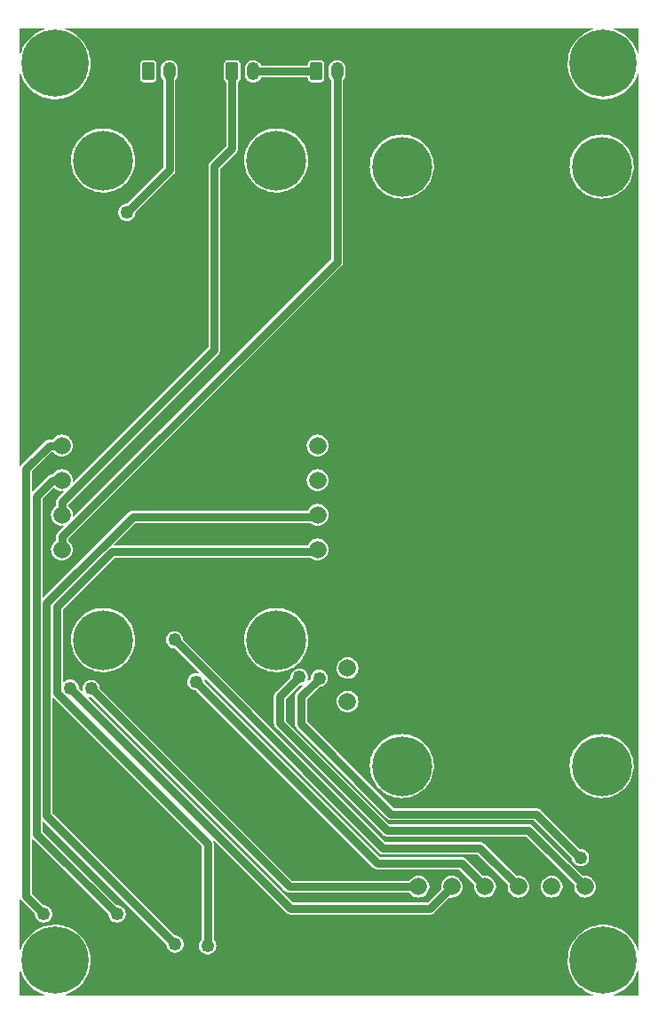
<source format=gbr>
%TF.GenerationSoftware,KiCad,Pcbnew,6.0.2*%
%TF.CreationDate,2022-02-14T22:33:09-06:00*%
%TF.ProjectId,ALTIMETER_HOLDER,414c5449-4d45-4544-9552-5f484f4c4445,rev?*%
%TF.SameCoordinates,Original*%
%TF.FileFunction,Copper,L2,Bot*%
%TF.FilePolarity,Positive*%
%FSLAX46Y46*%
G04 Gerber Fmt 4.6, Leading zero omitted, Abs format (unit mm)*
G04 Created by KiCad (PCBNEW 6.0.2) date 2022-02-14 22:33:09*
%MOMM*%
%LPD*%
G01*
G04 APERTURE LIST*
G04 Aperture macros list*
%AMRoundRect*
0 Rectangle with rounded corners*
0 $1 Rounding radius*
0 $2 $3 $4 $5 $6 $7 $8 $9 X,Y pos of 4 corners*
0 Add a 4 corners polygon primitive as box body*
4,1,4,$2,$3,$4,$5,$6,$7,$8,$9,$2,$3,0*
0 Add four circle primitives for the rounded corners*
1,1,$1+$1,$2,$3*
1,1,$1+$1,$4,$5*
1,1,$1+$1,$6,$7*
1,1,$1+$1,$8,$9*
0 Add four rect primitives between the rounded corners*
20,1,$1+$1,$2,$3,$4,$5,0*
20,1,$1+$1,$4,$5,$6,$7,0*
20,1,$1+$1,$6,$7,$8,$9,0*
20,1,$1+$1,$8,$9,$2,$3,0*%
G04 Aperture macros list end*
%TA.AperFunction,ComponentPad*%
%ADD10RoundRect,0.250000X-0.350000X-0.625000X0.350000X-0.625000X0.350000X0.625000X-0.350000X0.625000X0*%
%TD*%
%TA.AperFunction,ComponentPad*%
%ADD11O,1.200000X1.750000*%
%TD*%
%TA.AperFunction,ComponentPad*%
%ADD12C,0.800000*%
%TD*%
%TA.AperFunction,ComponentPad*%
%ADD13C,6.400000*%
%TD*%
%TA.AperFunction,ComponentPad*%
%ADD14C,1.660000*%
%TD*%
%TA.AperFunction,ComponentPad*%
%ADD15C,3.600000*%
%TD*%
%TA.AperFunction,ConnectorPad*%
%ADD16C,5.700000*%
%TD*%
%TA.AperFunction,ViaPad*%
%ADD17C,1.250000*%
%TD*%
%TA.AperFunction,Conductor*%
%ADD18C,0.750000*%
%TD*%
G04 APERTURE END LIST*
D10*
%TO.P,J3,1,Pin_1*%
%TO.N,Net-(J2-Pad2)*%
X28400000Y-4250000D03*
D11*
%TO.P,J3,2,Pin_2*%
%TO.N,SL_POWER_NEGATIVE*%
X30400000Y-4250000D03*
%TD*%
D12*
%TO.P,REF\u002A\u002A,1*%
%TO.N,N/C*%
X58190000Y-3500000D03*
D13*
X55790000Y-3500000D03*
D12*
X57487056Y-1802944D03*
X55790000Y-1100000D03*
X53390000Y-3500000D03*
X54092944Y-1802944D03*
X57487056Y-5197056D03*
X55790000Y-5900000D03*
X54092944Y-5197056D03*
%TD*%
D14*
%TO.P,A2,1,SWITCH0*%
%TO.N,/SL_SWITCH_P*%
X4162000Y-39918000D03*
%TO.P,A2,2,SWITCH1*%
%TO.N,/SL_SWITCH_N*%
X4162000Y-43220000D03*
%TO.P,A2,3,POSITIVE*%
%TO.N,SL_POWER_POSITIVE*%
X4162000Y-46522000D03*
%TO.P,A2,4,NEGATIVE*%
%TO.N,SL_POWER_NEGATIVE*%
X4162000Y-49824000D03*
%TO.P,A2,5,DROGUE0*%
%TO.N,/SL_DROGUE_P*%
X28538000Y-39918000D03*
%TO.P,A2,6,DROGUE1*%
%TO.N,/SL_DROGUE_N*%
X28538000Y-43220000D03*
%TO.P,A2,7,MAIN0*%
%TO.N,/SL_MAIN_P*%
X28538000Y-46522000D03*
%TO.P,A2,8,MAIN1*%
%TO.N,/SL_MAIN_N*%
X28538000Y-49824000D03*
D15*
%TO.P,A2,~*%
%TO.N,N/C*%
X24605000Y-12740000D03*
D16*
X24605000Y-58460000D03*
D15*
X8095000Y-58460000D03*
D16*
X8095000Y-58460000D03*
X8095000Y-12740000D03*
D15*
X24605000Y-58460000D03*
D16*
X24605000Y-12740000D03*
D15*
X8095000Y-12740000D03*
%TD*%
D10*
%TO.P,J1,1,Pin_1*%
%TO.N,TM_POWER_POSITIVE*%
X12400000Y-4250000D03*
D11*
%TO.P,J1,2,Pin_2*%
%TO.N,TM_POWER_NEGATIVE*%
X14400000Y-4250000D03*
%TD*%
D10*
%TO.P,J2,1,Pin_1*%
%TO.N,SL_POWER_POSITIVE*%
X20400000Y-4250000D03*
D11*
%TO.P,J2,2,Pin_2*%
%TO.N,Net-(J2-Pad2)*%
X22400000Y-4250000D03*
%TD*%
D12*
%TO.P,REF\u002A\u002A,1*%
%TO.N,N/C*%
X3500000Y-5900000D03*
X5197056Y-5197056D03*
X5197056Y-1802944D03*
X1802944Y-1802944D03*
D13*
X3500000Y-3500000D03*
D12*
X5900000Y-3500000D03*
X1802944Y-5197056D03*
X3500000Y-1100000D03*
X1100000Y-3500000D03*
%TD*%
D14*
%TO.P,A1,1,POSITIVE*%
%TO.N,TM_POWER_POSITIVE*%
X31400000Y-61140900D03*
%TO.P,A1,2,NEGATIVE*%
%TO.N,TM_POWER_NEGATIVE*%
X31400000Y-64315900D03*
%TO.P,A1,3,SWITCH0*%
%TO.N,/TM_SWITCH_P*%
X38162500Y-81975000D03*
%TO.P,A1,4,SWITCH1*%
%TO.N,/TM_SWITCH_N*%
X41337500Y-81975000D03*
%TO.P,A1,5,MAIN0*%
%TO.N,/TM_MAIN_P*%
X44512500Y-81975000D03*
%TO.P,A1,6,MAIN1*%
%TO.N,/TM_MAIN_N*%
X47687500Y-81975000D03*
%TO.P,A1,7,DROGUE0*%
%TO.N,/TM_DROGUE_P*%
X50862500Y-81975000D03*
%TO.P,A1,8,DROGUE1*%
%TO.N,/TM_DROGUE_N*%
X54037500Y-81975000D03*
D15*
%TO.P,A1,~*%
%TO.N,N/C*%
X36575000Y-70475400D03*
D16*
X36575000Y-70475400D03*
D15*
X55625000Y-13325400D03*
D16*
X55625000Y-13325400D03*
D15*
X55625000Y-70475400D03*
D16*
X36575000Y-13325400D03*
D15*
X36575000Y-13325400D03*
D16*
X55625000Y-70475400D03*
%TD*%
D12*
%TO.P,REF\u002A\u002A,1*%
%TO.N,N/C*%
X1792944Y-87312944D03*
X5890000Y-89010000D03*
X1792944Y-90707056D03*
X3490000Y-91410000D03*
X1090000Y-89010000D03*
X5187056Y-87312944D03*
X5187056Y-90707056D03*
X3490000Y-86610000D03*
D13*
X3490000Y-89010000D03*
%TD*%
D12*
%TO.P,REF\u002A\u002A,1*%
%TO.N,N/C*%
X54092944Y-87302944D03*
X58190000Y-89000000D03*
X53390000Y-89000000D03*
X57487056Y-87302944D03*
D13*
X55790000Y-89000000D03*
D12*
X54092944Y-90697056D03*
X57487056Y-90697056D03*
X55790000Y-91400000D03*
X55790000Y-86600000D03*
%TD*%
D17*
%TO.N,/TM_SWITCH_P*%
X6950000Y-63100000D03*
%TO.N,/TM_SWITCH_N*%
X4950000Y-63050000D03*
%TO.N,/TM_MAIN_P*%
X16950000Y-62450000D03*
%TO.N,/TM_MAIN_N*%
X14900000Y-58450000D03*
%TO.N,/TM_DROGUE_P*%
X53600000Y-79200000D03*
X28700000Y-62100000D03*
%TO.N,/TM_DROGUE_N*%
X26800000Y-62000000D03*
%TO.N,TM_POWER_NEGATIVE*%
X10350000Y-17700000D03*
%TO.N,/SL_SWITCH_P*%
X2425000Y-84575000D03*
%TO.N,/SL_SWITCH_N*%
X9425000Y-84575000D03*
%TO.N,/SL_MAIN_P*%
X14950000Y-87450000D03*
%TO.N,/SL_MAIN_N*%
X18050000Y-87600000D03*
%TD*%
D18*
%TO.N,/TM_SWITCH_P*%
X38162500Y-81975000D02*
X25825000Y-81975000D01*
X25825000Y-81975000D02*
X6950000Y-63100000D01*
%TO.N,/TM_SWITCH_N*%
X4950000Y-63050000D02*
X25950000Y-84050000D01*
X39262500Y-84050000D02*
X41337500Y-81975000D01*
X25950000Y-84050000D02*
X39262500Y-84050000D01*
%TO.N,/TM_MAIN_P*%
X34250000Y-79750000D02*
X42287500Y-79750000D01*
X42287500Y-79750000D02*
X44512500Y-81975000D01*
X16950000Y-62450000D02*
X34250000Y-79750000D01*
%TO.N,/TM_MAIN_N*%
X14900000Y-58450000D02*
X34750000Y-78300000D01*
X34750000Y-78300000D02*
X44012500Y-78300000D01*
X44012500Y-78300000D02*
X47687500Y-81975000D01*
%TO.N,/TM_DROGUE_P*%
X28700000Y-62100000D02*
X26950000Y-63850000D01*
X49400000Y-75050000D02*
X53550000Y-79200000D01*
X35550000Y-75050000D02*
X49400000Y-75050000D01*
X26950000Y-66450000D02*
X35550000Y-75050000D01*
X26950000Y-63850000D02*
X26950000Y-66450000D01*
X53550000Y-79200000D02*
X53600000Y-79200000D01*
%TO.N,/TM_DROGUE_N*%
X48662500Y-76600000D02*
X54037500Y-81975000D01*
X35150000Y-76600000D02*
X48662500Y-76600000D01*
X24950000Y-63850000D02*
X24950000Y-66400000D01*
X24950000Y-66400000D02*
X35150000Y-76600000D01*
X26800000Y-62000000D02*
X24950000Y-63850000D01*
%TO.N,TM_POWER_NEGATIVE*%
X14400000Y-13650000D02*
X14400000Y-4250000D01*
X10350000Y-17700000D02*
X14400000Y-13650000D01*
%TO.N,/SL_SWITCH_P*%
X2962000Y-39918000D02*
X4162000Y-39918000D01*
X2425000Y-84575000D02*
X750000Y-82900000D01*
X750000Y-42130000D02*
X2962000Y-39918000D01*
X750000Y-82900000D02*
X750000Y-42130000D01*
%TO.N,/SL_SWITCH_N*%
X1750480Y-44749520D02*
X3280000Y-43220000D01*
X9425000Y-84575000D02*
X9400000Y-84575000D01*
X3280000Y-43220000D02*
X4162000Y-43220000D01*
X9400000Y-84575000D02*
X1750480Y-76925480D01*
X1750480Y-76925480D02*
X1750480Y-44749520D01*
%TO.N,SL_POWER_POSITIVE*%
X4162000Y-46522000D02*
X4162000Y-45322000D01*
X20400000Y-11600000D02*
X20400000Y-4250000D01*
X18700000Y-30784000D02*
X18700000Y-13300000D01*
X18700000Y-13300000D02*
X20400000Y-11600000D01*
X4162000Y-45322000D02*
X18700000Y-30784000D01*
%TO.N,SL_POWER_NEGATIVE*%
X30400000Y-22386000D02*
X4162000Y-48624000D01*
X4162000Y-48624000D02*
X4162000Y-49824000D01*
X30400000Y-4250000D02*
X30400000Y-22386000D01*
%TO.N,/SL_MAIN_P*%
X10928000Y-46722000D02*
X28338000Y-46722000D01*
X14950000Y-87450000D02*
X2700000Y-75200000D01*
X2700000Y-75200000D02*
X2700000Y-54950000D01*
X28338000Y-46722000D02*
X28538000Y-46522000D01*
X2700000Y-54950000D02*
X10928000Y-46722000D01*
%TO.N,/SL_MAIN_N*%
X18050000Y-87600000D02*
X18050000Y-77846366D01*
X8968824Y-50024000D02*
X28338000Y-50024000D01*
X18050000Y-77846366D02*
X3700000Y-63496366D01*
X3700000Y-55292824D02*
X8968824Y-50024000D01*
X3700000Y-63496366D02*
X3700000Y-55292824D01*
X28338000Y-50024000D02*
X28538000Y-49824000D01*
%TO.N,Net-(J2-Pad2)*%
X22400000Y-4250000D02*
X28400000Y-4250000D01*
%TD*%
%TA.AperFunction,NonConductor*%
G36*
X2507284Y-148745D02*
G01*
X2526029Y-194000D01*
X2507284Y-239255D01*
X2482337Y-254693D01*
X2247991Y-333104D01*
X2247987Y-333106D01*
X2246354Y-333652D01*
X2244786Y-334373D01*
X2244784Y-334374D01*
X2235211Y-338777D01*
X1911723Y-487565D01*
X1910253Y-488445D01*
X1910245Y-488449D01*
X1597169Y-675822D01*
X1595672Y-676718D01*
X1301898Y-898897D01*
X1300635Y-900087D01*
X1300634Y-900088D01*
X1292479Y-907773D01*
X1033837Y-1151505D01*
X794626Y-1431585D01*
X793653Y-1433012D01*
X793651Y-1433014D01*
X749924Y-1497115D01*
X587062Y-1735862D01*
X413574Y-2060776D01*
X412935Y-2062367D01*
X412933Y-2062370D01*
X341637Y-2239727D01*
X276192Y-2402526D01*
X275724Y-2404192D01*
X275723Y-2404194D01*
X255612Y-2475741D01*
X225320Y-2514235D01*
X176681Y-2520034D01*
X138187Y-2489742D01*
X130000Y-2458422D01*
X130000Y-194000D01*
X148745Y-148745D01*
X194000Y-130000D01*
X2462029Y-130000D01*
X2507284Y-148745D01*
G37*
%TD.AperFunction*%
%TA.AperFunction,NonConductor*%
G36*
X59141255Y-148745D02*
G01*
X59160000Y-194000D01*
X59160000Y-2456930D01*
X59141255Y-2502185D01*
X59096000Y-2520930D01*
X59050745Y-2502185D01*
X59034328Y-2474033D01*
X59018083Y-2415457D01*
X59017620Y-2413786D01*
X59012501Y-2400922D01*
X58882073Y-2073170D01*
X58882069Y-2073162D01*
X58881431Y-2071558D01*
X58880626Y-2070037D01*
X58880622Y-2070029D01*
X58709884Y-1747563D01*
X58709883Y-1747561D01*
X58709078Y-1746041D01*
X58502578Y-1441041D01*
X58493445Y-1430271D01*
X58265457Y-1161438D01*
X58264346Y-1160128D01*
X57997168Y-906586D01*
X57995801Y-905544D01*
X57995792Y-905537D01*
X57705554Y-684435D01*
X57704172Y-683382D01*
X57388783Y-493127D01*
X57231797Y-420257D01*
X57056265Y-338777D01*
X57056255Y-338773D01*
X57054691Y-338047D01*
X57053046Y-337490D01*
X57053043Y-337489D01*
X56808219Y-254621D01*
X56771363Y-222357D01*
X56768117Y-173481D01*
X56800381Y-136625D01*
X56828738Y-130000D01*
X59096000Y-130000D01*
X59141255Y-148745D01*
G37*
%TD.AperFunction*%
%TA.AperFunction,NonConductor*%
G36*
X239255Y-90046061D02*
G01*
X255732Y-90074428D01*
X258608Y-90084941D01*
X271255Y-90117048D01*
X392966Y-90426029D01*
X392970Y-90426039D01*
X393602Y-90427642D01*
X564817Y-90753759D01*
X565781Y-90755193D01*
X565783Y-90755197D01*
X762571Y-91048047D01*
X770252Y-91059477D01*
X1007502Y-91341221D01*
X1008747Y-91342410D01*
X1008750Y-91342414D01*
X1033196Y-91365775D01*
X1273792Y-91595694D01*
X1566008Y-91819919D01*
X1567487Y-91820818D01*
X1567491Y-91820821D01*
X1598892Y-91839913D01*
X1880731Y-92011274D01*
X2133247Y-92129561D01*
X2191354Y-92156780D01*
X2214279Y-92167519D01*
X2215921Y-92168081D01*
X2215928Y-92168084D01*
X2441899Y-92245451D01*
X2478642Y-92277844D01*
X2481717Y-92326731D01*
X2449324Y-92363474D01*
X2421168Y-92370000D01*
X194000Y-92370000D01*
X148745Y-92351255D01*
X130000Y-92306000D01*
X130000Y-90091316D01*
X148745Y-90046061D01*
X194000Y-90027316D01*
X239255Y-90046061D01*
G37*
%TD.AperFunction*%
%TA.AperFunction,NonConductor*%
G36*
X59151921Y-90009150D02*
G01*
X59160000Y-90040276D01*
X59160000Y-92306000D01*
X59141255Y-92351255D01*
X59096000Y-92370000D01*
X56827318Y-92370000D01*
X56782063Y-92351255D01*
X56763318Y-92306000D01*
X56782063Y-92260745D01*
X56807222Y-92245237D01*
X57030939Y-92171250D01*
X57030944Y-92171248D01*
X57032586Y-92170705D01*
X57367752Y-92017961D01*
X57369228Y-92017085D01*
X57369233Y-92017082D01*
X57682987Y-91830788D01*
X57684461Y-91829913D01*
X57979009Y-91608760D01*
X57980273Y-91607577D01*
X57980278Y-91607573D01*
X58246685Y-91358273D01*
X58246687Y-91358271D01*
X58247950Y-91357089D01*
X58488138Y-91077846D01*
X58501746Y-91058047D01*
X58695782Y-90775721D01*
X58695782Y-90775720D01*
X58696762Y-90774295D01*
X58871383Y-90449989D01*
X59005245Y-90120326D01*
X59009306Y-90110326D01*
X59009307Y-90110324D01*
X59009958Y-90108720D01*
X59034449Y-90022743D01*
X59064874Y-89984355D01*
X59113533Y-89978725D01*
X59151921Y-90009150D01*
G37*
%TD.AperFunction*%
%TA.AperFunction,NonConductor*%
G36*
X54797284Y-148745D02*
G01*
X54816029Y-194000D01*
X54797284Y-239255D01*
X54772337Y-254693D01*
X54537991Y-333104D01*
X54537987Y-333106D01*
X54536354Y-333652D01*
X54534786Y-334373D01*
X54534784Y-334374D01*
X54525211Y-338777D01*
X54201723Y-487565D01*
X54200253Y-488445D01*
X54200245Y-488449D01*
X53887169Y-675822D01*
X53885672Y-676718D01*
X53591898Y-898897D01*
X53590635Y-900087D01*
X53590634Y-900088D01*
X53582479Y-907773D01*
X53323837Y-1151505D01*
X53084626Y-1431585D01*
X53083653Y-1433012D01*
X53083651Y-1433014D01*
X53039924Y-1497115D01*
X52877062Y-1735862D01*
X52703574Y-2060776D01*
X52702935Y-2062367D01*
X52702933Y-2062370D01*
X52631637Y-2239727D01*
X52566192Y-2402526D01*
X52466521Y-2757115D01*
X52405729Y-3120393D01*
X52384527Y-3488113D01*
X52384615Y-3489850D01*
X52391849Y-3632642D01*
X52403162Y-3855971D01*
X52403437Y-3857686D01*
X52403437Y-3857689D01*
X52415281Y-3931631D01*
X52461416Y-4219665D01*
X52558608Y-4574941D01*
X52559244Y-4576555D01*
X52692966Y-4916029D01*
X52692970Y-4916039D01*
X52693602Y-4917642D01*
X52864817Y-5243759D01*
X52865781Y-5245193D01*
X52865783Y-5245197D01*
X52919745Y-5325500D01*
X53070252Y-5549477D01*
X53307502Y-5831221D01*
X53573792Y-6085694D01*
X53866008Y-6309919D01*
X53867487Y-6310818D01*
X53867491Y-6310821D01*
X53898892Y-6329913D01*
X54180731Y-6501274D01*
X54514279Y-6657519D01*
X54515921Y-6658081D01*
X54515928Y-6658084D01*
X54807560Y-6757932D01*
X54862751Y-6776828D01*
X55222070Y-6857804D01*
X55274214Y-6863745D01*
X55586310Y-6899304D01*
X55586316Y-6899304D01*
X55588033Y-6899500D01*
X55767666Y-6900440D01*
X55954618Y-6901419D01*
X55954620Y-6901419D01*
X55956358Y-6901428D01*
X56322737Y-6863567D01*
X56566312Y-6811349D01*
X56681187Y-6786722D01*
X56681190Y-6786721D01*
X56682884Y-6786358D01*
X56684527Y-6785815D01*
X56684533Y-6785813D01*
X57030939Y-6671250D01*
X57030944Y-6671248D01*
X57032586Y-6670705D01*
X57367752Y-6517961D01*
X57369228Y-6517085D01*
X57369233Y-6517082D01*
X57682987Y-6330788D01*
X57684461Y-6329913D01*
X57979009Y-6108760D01*
X57980273Y-6107577D01*
X57980278Y-6107573D01*
X58246685Y-5858273D01*
X58246687Y-5858271D01*
X58247950Y-5857089D01*
X58488138Y-5577846D01*
X58507636Y-5549477D01*
X58695782Y-5275721D01*
X58695782Y-5275720D01*
X58696762Y-5274295D01*
X58709717Y-5250236D01*
X58757404Y-5161671D01*
X58871383Y-4949989D01*
X59009958Y-4608720D01*
X59034449Y-4522743D01*
X59064874Y-4484355D01*
X59113533Y-4478725D01*
X59151921Y-4509150D01*
X59160000Y-4540276D01*
X59160000Y-87956930D01*
X59141255Y-88002185D01*
X59096000Y-88020930D01*
X59050745Y-88002185D01*
X59034328Y-87974033D01*
X59022906Y-87932846D01*
X59017620Y-87913786D01*
X59012501Y-87900922D01*
X58882073Y-87573170D01*
X58882069Y-87573162D01*
X58881431Y-87571558D01*
X58880626Y-87570037D01*
X58880622Y-87570029D01*
X58709884Y-87247563D01*
X58709883Y-87247561D01*
X58709078Y-87246041D01*
X58518812Y-86965018D01*
X58503541Y-86942463D01*
X58503539Y-86942460D01*
X58502578Y-86941041D01*
X58493445Y-86930271D01*
X58265457Y-86661438D01*
X58264346Y-86660128D01*
X58007706Y-86416586D01*
X57998419Y-86407773D01*
X57998417Y-86407772D01*
X57997168Y-86406586D01*
X57995801Y-86405544D01*
X57995792Y-86405537D01*
X57717299Y-86193382D01*
X57704172Y-86183382D01*
X57405360Y-86003127D01*
X57390272Y-85994025D01*
X57390269Y-85994023D01*
X57388783Y-85993127D01*
X57231797Y-85920257D01*
X57056265Y-85838777D01*
X57056255Y-85838773D01*
X57054691Y-85838047D01*
X57053046Y-85837490D01*
X57053043Y-85837489D01*
X56962884Y-85806972D01*
X56705805Y-85719956D01*
X56551886Y-85685833D01*
X56347895Y-85640608D01*
X56347887Y-85640607D01*
X56346206Y-85640234D01*
X56139210Y-85617382D01*
X55981806Y-85600004D01*
X55981800Y-85600004D01*
X55980100Y-85599816D01*
X55841352Y-85599574D01*
X55613491Y-85599176D01*
X55611770Y-85599173D01*
X55352506Y-85626880D01*
X55247237Y-85638130D01*
X55247234Y-85638130D01*
X55245526Y-85638313D01*
X55243845Y-85638679D01*
X55243842Y-85638680D01*
X55189136Y-85650608D01*
X54885650Y-85716779D01*
X54712238Y-85774802D01*
X54537991Y-85833104D01*
X54537987Y-85833106D01*
X54536354Y-85833652D01*
X54534786Y-85834373D01*
X54534784Y-85834374D01*
X54506270Y-85847489D01*
X54201723Y-85987565D01*
X54200253Y-85988445D01*
X54200245Y-85988449D01*
X54174220Y-86004025D01*
X53885672Y-86176718D01*
X53591898Y-86398897D01*
X53590635Y-86400087D01*
X53590634Y-86400088D01*
X53582479Y-86407773D01*
X53323837Y-86651505D01*
X53322714Y-86652820D01*
X53322712Y-86652822D01*
X53166561Y-86835652D01*
X53084626Y-86931585D01*
X53083653Y-86933012D01*
X53083651Y-86933014D01*
X53039924Y-86997115D01*
X52877062Y-87235862D01*
X52703574Y-87560776D01*
X52702935Y-87562367D01*
X52702933Y-87562370D01*
X52631637Y-87739727D01*
X52566192Y-87902526D01*
X52466521Y-88257115D01*
X52466235Y-88258826D01*
X52466234Y-88258829D01*
X52428327Y-88485355D01*
X52405729Y-88620393D01*
X52384527Y-88988113D01*
X52403162Y-89355971D01*
X52403437Y-89357686D01*
X52403437Y-89357689D01*
X52420951Y-89467032D01*
X52461416Y-89719665D01*
X52558608Y-90074941D01*
X52575853Y-90118720D01*
X52692966Y-90416029D01*
X52692970Y-90416039D01*
X52693602Y-90417642D01*
X52864817Y-90743759D01*
X52865781Y-90745193D01*
X52865783Y-90745197D01*
X52891035Y-90782776D01*
X53070252Y-91049477D01*
X53307502Y-91331221D01*
X53308747Y-91332410D01*
X53308750Y-91332414D01*
X53457995Y-91475036D01*
X53573792Y-91585694D01*
X53575158Y-91586742D01*
X53575159Y-91586743D01*
X53616884Y-91618760D01*
X53866008Y-91809919D01*
X53867487Y-91810818D01*
X53867491Y-91810821D01*
X53915339Y-91839913D01*
X54180731Y-92001274D01*
X54514279Y-92157519D01*
X54515921Y-92158081D01*
X54515928Y-92158084D01*
X54771107Y-92245451D01*
X54807850Y-92277844D01*
X54810925Y-92326731D01*
X54778532Y-92363474D01*
X54750376Y-92370000D01*
X4557555Y-92370000D01*
X4512300Y-92351255D01*
X4493555Y-92306000D01*
X4512300Y-92260745D01*
X4537460Y-92245237D01*
X4730934Y-92181252D01*
X4730945Y-92181248D01*
X4732586Y-92180705D01*
X5067752Y-92027961D01*
X5069228Y-92027085D01*
X5069233Y-92027082D01*
X5382987Y-91840788D01*
X5384461Y-91839913D01*
X5679009Y-91618760D01*
X5680273Y-91617577D01*
X5680278Y-91617573D01*
X5946685Y-91368273D01*
X5946687Y-91368271D01*
X5947950Y-91367089D01*
X6188138Y-91087846D01*
X6207636Y-91059477D01*
X6395782Y-90785721D01*
X6395782Y-90785720D01*
X6396762Y-90784295D01*
X6402147Y-90774295D01*
X6570567Y-90461504D01*
X6571383Y-90459989D01*
X6709958Y-90118720D01*
X6810865Y-89764482D01*
X6850343Y-89533527D01*
X6872635Y-89403117D01*
X6872636Y-89403109D01*
X6872925Y-89401418D01*
X6895411Y-89033775D01*
X6895494Y-89010000D01*
X6875575Y-88642209D01*
X6816052Y-88278720D01*
X6814966Y-88274802D01*
X6735611Y-87988659D01*
X6717620Y-87923786D01*
X6716979Y-87922175D01*
X6582073Y-87583170D01*
X6582069Y-87583162D01*
X6581431Y-87581558D01*
X6580626Y-87580037D01*
X6580622Y-87580029D01*
X6409884Y-87257563D01*
X6409883Y-87257561D01*
X6409078Y-87256041D01*
X6210073Y-86962111D01*
X6203541Y-86952463D01*
X6203539Y-86952460D01*
X6202578Y-86951041D01*
X6195304Y-86942463D01*
X5965457Y-86671438D01*
X5964346Y-86670128D01*
X5697168Y-86416586D01*
X5695801Y-86415544D01*
X5695792Y-86415537D01*
X5405554Y-86194435D01*
X5404172Y-86193382D01*
X5088783Y-86003127D01*
X4931797Y-85930257D01*
X4756265Y-85848777D01*
X4756255Y-85848773D01*
X4754691Y-85848047D01*
X4753046Y-85847490D01*
X4753043Y-85847489D01*
X4662884Y-85816972D01*
X4405805Y-85729956D01*
X4251886Y-85695833D01*
X4047895Y-85650608D01*
X4047887Y-85650607D01*
X4046206Y-85650234D01*
X3839210Y-85627382D01*
X3681806Y-85610004D01*
X3681800Y-85610004D01*
X3680100Y-85609816D01*
X3541353Y-85609574D01*
X3313491Y-85609176D01*
X3311770Y-85609173D01*
X3052506Y-85636880D01*
X2947237Y-85648130D01*
X2947234Y-85648130D01*
X2945526Y-85648313D01*
X2943845Y-85648679D01*
X2943842Y-85648680D01*
X2587342Y-85726410D01*
X2585650Y-85726779D01*
X2412238Y-85784802D01*
X2237991Y-85843104D01*
X2237987Y-85843106D01*
X2236354Y-85843652D01*
X2234786Y-85844373D01*
X2234784Y-85844374D01*
X1903286Y-85996846D01*
X1901723Y-85997565D01*
X1900253Y-85998445D01*
X1900245Y-85998449D01*
X1587169Y-86185822D01*
X1585672Y-86186718D01*
X1291898Y-86408897D01*
X1290635Y-86410087D01*
X1290634Y-86410088D01*
X1282479Y-86417773D01*
X1023837Y-86661505D01*
X1022714Y-86662820D01*
X1022712Y-86662822D01*
X786208Y-86939733D01*
X784626Y-86941585D01*
X783653Y-86943012D01*
X783651Y-86943014D01*
X772325Y-86959617D01*
X577062Y-87245862D01*
X403574Y-87570776D01*
X402935Y-87572367D01*
X402933Y-87572370D01*
X381469Y-87625763D01*
X266192Y-87912526D01*
X265724Y-87914192D01*
X265723Y-87914194D01*
X255612Y-87950165D01*
X225320Y-87988659D01*
X176681Y-87994458D01*
X138187Y-87964166D01*
X130000Y-87932846D01*
X130000Y-83224817D01*
X148745Y-83179562D01*
X194000Y-83160817D01*
X239255Y-83179562D01*
X247137Y-83189835D01*
X247302Y-83190233D01*
X249853Y-83193557D01*
X316385Y-83280265D01*
X316391Y-83280271D01*
X339549Y-83310451D01*
X342876Y-83313004D01*
X366402Y-83331056D01*
X372696Y-83336576D01*
X1577029Y-84540909D01*
X1595423Y-84579474D01*
X1600783Y-84630465D01*
X1613092Y-84747576D01*
X1639903Y-84830094D01*
X1665678Y-84909424D01*
X1665680Y-84909428D01*
X1666714Y-84912611D01*
X1753478Y-85062889D01*
X1869590Y-85191845D01*
X2009976Y-85293842D01*
X2013040Y-85295206D01*
X2165441Y-85363060D01*
X2165444Y-85363061D01*
X2168501Y-85364422D01*
X2338236Y-85400500D01*
X2511764Y-85400500D01*
X2681499Y-85364422D01*
X2684556Y-85363061D01*
X2684559Y-85363060D01*
X2836960Y-85295206D01*
X2840024Y-85293842D01*
X2980410Y-85191845D01*
X3096522Y-85062889D01*
X3183286Y-84912611D01*
X3184320Y-84909428D01*
X3184322Y-84909424D01*
X3210097Y-84830094D01*
X3236908Y-84747576D01*
X3249682Y-84626048D01*
X3254696Y-84578339D01*
X3255047Y-84575000D01*
X3251464Y-84540909D01*
X3237259Y-84405760D01*
X3237258Y-84405757D01*
X3236908Y-84402424D01*
X3210097Y-84319907D01*
X3184322Y-84240576D01*
X3184320Y-84240572D01*
X3183286Y-84237389D01*
X3096522Y-84087111D01*
X2980410Y-83958155D01*
X2840024Y-83856158D01*
X2789286Y-83833568D01*
X2684559Y-83786940D01*
X2684556Y-83786939D01*
X2681499Y-83785578D01*
X2511764Y-83749500D01*
X2439890Y-83749500D01*
X2394635Y-83730755D01*
X1344245Y-82680365D01*
X1325500Y-82635110D01*
X1325500Y-77468890D01*
X1344245Y-77423635D01*
X1389500Y-77404890D01*
X1434755Y-77423635D01*
X8579965Y-84568845D01*
X8598359Y-84607410D01*
X8600783Y-84630466D01*
X8613092Y-84747576D01*
X8639903Y-84830094D01*
X8665678Y-84909424D01*
X8665680Y-84909428D01*
X8666714Y-84912611D01*
X8753478Y-85062889D01*
X8869590Y-85191845D01*
X9009976Y-85293842D01*
X9013040Y-85295206D01*
X9165441Y-85363060D01*
X9165444Y-85363061D01*
X9168501Y-85364422D01*
X9338236Y-85400500D01*
X9511764Y-85400500D01*
X9681499Y-85364422D01*
X9684556Y-85363061D01*
X9684559Y-85363060D01*
X9836960Y-85295206D01*
X9840024Y-85293842D01*
X9980410Y-85191845D01*
X10096522Y-85062889D01*
X10183286Y-84912611D01*
X10184320Y-84909428D01*
X10184322Y-84909424D01*
X10210097Y-84830093D01*
X10236908Y-84747576D01*
X10249682Y-84626048D01*
X10254696Y-84578339D01*
X10255047Y-84575000D01*
X10251464Y-84540909D01*
X10237259Y-84405760D01*
X10237258Y-84405757D01*
X10236908Y-84402424D01*
X10210097Y-84319907D01*
X10184322Y-84240576D01*
X10184320Y-84240572D01*
X10183286Y-84237389D01*
X10096522Y-84087111D01*
X9980410Y-83958155D01*
X9840024Y-83856158D01*
X9789286Y-83833568D01*
X9684559Y-83786940D01*
X9684556Y-83786939D01*
X9681499Y-83785578D01*
X9511764Y-83749500D01*
X9414890Y-83749500D01*
X9369635Y-83730755D01*
X2344725Y-76705845D01*
X2325980Y-76660590D01*
X2325980Y-75794370D01*
X2344725Y-75749115D01*
X2389980Y-75730370D01*
X2435235Y-75749115D01*
X14102029Y-87415909D01*
X14120423Y-87454474D01*
X14133781Y-87581558D01*
X14138092Y-87622576D01*
X14164903Y-87705093D01*
X14190678Y-87784424D01*
X14190680Y-87784428D01*
X14191714Y-87787611D01*
X14278478Y-87937889D01*
X14394590Y-88066845D01*
X14534976Y-88168842D01*
X14538040Y-88170206D01*
X14690441Y-88238060D01*
X14690444Y-88238061D01*
X14693501Y-88239422D01*
X14863236Y-88275500D01*
X15036764Y-88275500D01*
X15206499Y-88239422D01*
X15209556Y-88238061D01*
X15209559Y-88238060D01*
X15361960Y-88170206D01*
X15365024Y-88168842D01*
X15505410Y-88066845D01*
X15621522Y-87937889D01*
X15708286Y-87787611D01*
X15709320Y-87784428D01*
X15709322Y-87784424D01*
X15735097Y-87705093D01*
X15761908Y-87622576D01*
X15766220Y-87581558D01*
X15779696Y-87453339D01*
X15780047Y-87450000D01*
X15761908Y-87277424D01*
X15735097Y-87194906D01*
X15709322Y-87115576D01*
X15709320Y-87115572D01*
X15708286Y-87112389D01*
X15621522Y-86962111D01*
X15505410Y-86833155D01*
X15365024Y-86731158D01*
X15314286Y-86708568D01*
X15209559Y-86661940D01*
X15209556Y-86661939D01*
X15206499Y-86660578D01*
X15036764Y-86624500D01*
X14964890Y-86624500D01*
X14919635Y-86605755D01*
X3294245Y-74980365D01*
X3275500Y-74935110D01*
X3275500Y-64040256D01*
X3294245Y-63995001D01*
X3339500Y-63976256D01*
X3384755Y-63995001D01*
X17455755Y-78066001D01*
X17474500Y-78111256D01*
X17474500Y-86980900D01*
X17458062Y-87023723D01*
X17378478Y-87112111D01*
X17291714Y-87262389D01*
X17290680Y-87265572D01*
X17290678Y-87265576D01*
X17287864Y-87274237D01*
X17238092Y-87427424D01*
X17237742Y-87430757D01*
X17237741Y-87430760D01*
X17236070Y-87446661D01*
X17219953Y-87600000D01*
X17238092Y-87772576D01*
X17264903Y-87855093D01*
X17290678Y-87934424D01*
X17290680Y-87934428D01*
X17291714Y-87937611D01*
X17378478Y-88087889D01*
X17494590Y-88216845D01*
X17634976Y-88318842D01*
X17638040Y-88320206D01*
X17790441Y-88388060D01*
X17790444Y-88388061D01*
X17793501Y-88389422D01*
X17963236Y-88425500D01*
X18136764Y-88425500D01*
X18306499Y-88389422D01*
X18309556Y-88388061D01*
X18309559Y-88388060D01*
X18461960Y-88320206D01*
X18465024Y-88318842D01*
X18605410Y-88216845D01*
X18721522Y-88087889D01*
X18808286Y-87937611D01*
X18809320Y-87934428D01*
X18809322Y-87934424D01*
X18835097Y-87855093D01*
X18861908Y-87772576D01*
X18880047Y-87600000D01*
X18863930Y-87446661D01*
X18862259Y-87430760D01*
X18862258Y-87430757D01*
X18861908Y-87427424D01*
X18812136Y-87274237D01*
X18809322Y-87265576D01*
X18809320Y-87265572D01*
X18808286Y-87262389D01*
X18721522Y-87112111D01*
X18641938Y-87023723D01*
X18625500Y-86980900D01*
X18625500Y-77888278D01*
X18626048Y-77879924D01*
X18629918Y-77850528D01*
X18630466Y-77846366D01*
X18623795Y-77795696D01*
X18611235Y-77700290D01*
X18611234Y-77700287D01*
X18610687Y-77696131D01*
X18609082Y-77692255D01*
X18608935Y-77691708D01*
X18615328Y-77643144D01*
X18654190Y-77613325D01*
X18702754Y-77619718D01*
X18716009Y-77629889D01*
X25513424Y-84427304D01*
X25518943Y-84433597D01*
X25539549Y-84460451D01*
X25542876Y-84463004D01*
X25569729Y-84483609D01*
X25569729Y-84483610D01*
X25569732Y-84483612D01*
X25659767Y-84552699D01*
X25663640Y-84554303D01*
X25663643Y-84554305D01*
X25724408Y-84579474D01*
X25758760Y-84593703D01*
X25799764Y-84610687D01*
X25803920Y-84611234D01*
X25803923Y-84611235D01*
X25912280Y-84625500D01*
X25950000Y-84630466D01*
X25954162Y-84629918D01*
X25983558Y-84626048D01*
X25991912Y-84625500D01*
X39220588Y-84625500D01*
X39228941Y-84626047D01*
X39262500Y-84630465D01*
X39300214Y-84625500D01*
X39300578Y-84628261D01*
X39300583Y-84628259D01*
X39300220Y-84625500D01*
X39408577Y-84611235D01*
X39408580Y-84611234D01*
X39412736Y-84610687D01*
X39420648Y-84607410D01*
X39548856Y-84554304D01*
X39548857Y-84554304D01*
X39552733Y-84552698D01*
X39642768Y-84483612D01*
X39642771Y-84483609D01*
X39672951Y-84460451D01*
X39693557Y-84433597D01*
X39699076Y-84427304D01*
X41115422Y-83010958D01*
X41160677Y-82992213D01*
X41168255Y-82992663D01*
X41312707Y-83009889D01*
X41312712Y-83009889D01*
X41315814Y-83010259D01*
X41318934Y-83010019D01*
X41318937Y-83010019D01*
X41514183Y-82994996D01*
X41514187Y-82994995D01*
X41517310Y-82994755D01*
X41520326Y-82993913D01*
X41520331Y-82993912D01*
X41610427Y-82968756D01*
X41711957Y-82940408D01*
X41714744Y-82939000D01*
X41714747Y-82938999D01*
X41889552Y-82850699D01*
X41889553Y-82850698D01*
X41892341Y-82849290D01*
X42051591Y-82724870D01*
X42080093Y-82691851D01*
X42181597Y-82574257D01*
X42183642Y-82571888D01*
X42283464Y-82396170D01*
X42286181Y-82388004D01*
X42346266Y-82207380D01*
X42347254Y-82204410D01*
X42350887Y-82175657D01*
X42372357Y-82005695D01*
X42372357Y-82005691D01*
X42372582Y-82003912D01*
X42372986Y-81975000D01*
X42353265Y-81773873D01*
X42352362Y-81770882D01*
X42352361Y-81770877D01*
X42324060Y-81677140D01*
X42294854Y-81580407D01*
X42293389Y-81577651D01*
X42293387Y-81577647D01*
X42201448Y-81404735D01*
X42201446Y-81404732D01*
X42199978Y-81401971D01*
X42072251Y-81245361D01*
X41916536Y-81116543D01*
X41901739Y-81108542D01*
X41877498Y-81095435D01*
X41738767Y-81020424D01*
X41545713Y-80960664D01*
X41344729Y-80939539D01*
X41341619Y-80939822D01*
X41341618Y-80939822D01*
X41295653Y-80944005D01*
X41143469Y-80957855D01*
X41140472Y-80958737D01*
X41140467Y-80958738D01*
X40952606Y-81014029D01*
X40952603Y-81014030D01*
X40949600Y-81014914D01*
X40936216Y-81021911D01*
X40773277Y-81107093D01*
X40773274Y-81107095D01*
X40770506Y-81108542D01*
X40613008Y-81235174D01*
X40483107Y-81389985D01*
X40385748Y-81567079D01*
X40384803Y-81570057D01*
X40384802Y-81570060D01*
X40326898Y-81752598D01*
X40324642Y-81759710D01*
X40302115Y-81960542D01*
X40302377Y-81963661D01*
X40317909Y-82148621D01*
X40303016Y-82195286D01*
X40299388Y-82199232D01*
X39042865Y-83455755D01*
X38997610Y-83474500D01*
X26214890Y-83474500D01*
X26169635Y-83455755D01*
X6731732Y-64017852D01*
X6712987Y-63972597D01*
X6731732Y-63927342D01*
X6776987Y-63908597D01*
X6790287Y-63909994D01*
X6863236Y-63925500D01*
X6935110Y-63925500D01*
X6980365Y-63944245D01*
X25388424Y-82352304D01*
X25393943Y-82358597D01*
X25414549Y-82385451D01*
X25444729Y-82408609D01*
X25444732Y-82408612D01*
X25534767Y-82477698D01*
X25538643Y-82479304D01*
X25538644Y-82479304D01*
X25668642Y-82533151D01*
X25674764Y-82535687D01*
X25678920Y-82536234D01*
X25678923Y-82536235D01*
X25787280Y-82550500D01*
X25786917Y-82553259D01*
X25786922Y-82553261D01*
X25787286Y-82550500D01*
X25825000Y-82555465D01*
X25858559Y-82551047D01*
X25866912Y-82550500D01*
X37272713Y-82550500D01*
X37317968Y-82569245D01*
X37322869Y-82574746D01*
X37417634Y-82694309D01*
X37571534Y-82825289D01*
X37747944Y-82923881D01*
X37750922Y-82924849D01*
X37750923Y-82924849D01*
X37937174Y-82985365D01*
X37937177Y-82985366D01*
X37940145Y-82986330D01*
X37943248Y-82986700D01*
X38137707Y-83009889D01*
X38137712Y-83009889D01*
X38140814Y-83010259D01*
X38143934Y-83010019D01*
X38143937Y-83010019D01*
X38339183Y-82994996D01*
X38339187Y-82994995D01*
X38342310Y-82994755D01*
X38345326Y-82993913D01*
X38345331Y-82993912D01*
X38435427Y-82968756D01*
X38536957Y-82940408D01*
X38539744Y-82939000D01*
X38539747Y-82938999D01*
X38714552Y-82850699D01*
X38714553Y-82850698D01*
X38717341Y-82849290D01*
X38876591Y-82724870D01*
X38905093Y-82691851D01*
X39006597Y-82574257D01*
X39008642Y-82571888D01*
X39108464Y-82396170D01*
X39111181Y-82388004D01*
X39171266Y-82207380D01*
X39172254Y-82204410D01*
X39175887Y-82175657D01*
X39197357Y-82005695D01*
X39197357Y-82005691D01*
X39197582Y-82003912D01*
X39197986Y-81975000D01*
X39178265Y-81773873D01*
X39177362Y-81770882D01*
X39177361Y-81770877D01*
X39149060Y-81677140D01*
X39119854Y-81580407D01*
X39118389Y-81577651D01*
X39118387Y-81577647D01*
X39026448Y-81404735D01*
X39026446Y-81404732D01*
X39024978Y-81401971D01*
X38897251Y-81245361D01*
X38741536Y-81116543D01*
X38726739Y-81108542D01*
X38702498Y-81095435D01*
X38563767Y-81020424D01*
X38370713Y-80960664D01*
X38169729Y-80939539D01*
X38166619Y-80939822D01*
X38166618Y-80939822D01*
X38120653Y-80944005D01*
X37968469Y-80957855D01*
X37965472Y-80958737D01*
X37965467Y-80958738D01*
X37777606Y-81014029D01*
X37777603Y-81014030D01*
X37774600Y-81014914D01*
X37761216Y-81021911D01*
X37598277Y-81107093D01*
X37598274Y-81107095D01*
X37595506Y-81108542D01*
X37438008Y-81235174D01*
X37435995Y-81237573D01*
X37319306Y-81376638D01*
X37275857Y-81399256D01*
X37270279Y-81399500D01*
X26089890Y-81399500D01*
X26044635Y-81380755D01*
X7797971Y-63134091D01*
X7779577Y-63095526D01*
X7762259Y-62930760D01*
X7762258Y-62930757D01*
X7761908Y-62927424D01*
X7728565Y-62824802D01*
X7709322Y-62765576D01*
X7709320Y-62765572D01*
X7708286Y-62762389D01*
X7621522Y-62612111D01*
X7505410Y-62483155D01*
X7365024Y-62381158D01*
X7257152Y-62333130D01*
X7209559Y-62311940D01*
X7209556Y-62311939D01*
X7206499Y-62310578D01*
X7036764Y-62274500D01*
X6863236Y-62274500D01*
X6693501Y-62310578D01*
X6690444Y-62311939D01*
X6690441Y-62311940D01*
X6632784Y-62337611D01*
X6534977Y-62381158D01*
X6394590Y-62483155D01*
X6278478Y-62612111D01*
X6191714Y-62762389D01*
X6190680Y-62765572D01*
X6190678Y-62765576D01*
X6171435Y-62824802D01*
X6138092Y-62927424D01*
X6137742Y-62930757D01*
X6137741Y-62930760D01*
X6136992Y-62937889D01*
X6119953Y-63100000D01*
X6120304Y-63103339D01*
X6137010Y-63262281D01*
X6123098Y-63309247D01*
X6080051Y-63332620D01*
X6033085Y-63318708D01*
X6028106Y-63314226D01*
X5797971Y-63084091D01*
X5779577Y-63045526D01*
X5762259Y-62880760D01*
X5762258Y-62880757D01*
X5761908Y-62877424D01*
X5724532Y-62762389D01*
X5709322Y-62715576D01*
X5709320Y-62715572D01*
X5708286Y-62712389D01*
X5621522Y-62562111D01*
X5505410Y-62433155D01*
X5365024Y-62331158D01*
X5267459Y-62287719D01*
X5209559Y-62261940D01*
X5209556Y-62261939D01*
X5206499Y-62260578D01*
X5036764Y-62224500D01*
X4863236Y-62224500D01*
X4693501Y-62260578D01*
X4690444Y-62261939D01*
X4690441Y-62261940D01*
X4601580Y-62301504D01*
X4534977Y-62331158D01*
X4394590Y-62433155D01*
X4387060Y-62441518D01*
X4342850Y-62462605D01*
X4296676Y-62446255D01*
X4275500Y-62398693D01*
X4275500Y-58417341D01*
X5039991Y-58417341D01*
X5054275Y-58758146D01*
X5054548Y-58759907D01*
X5054548Y-58759911D01*
X5102370Y-59068819D01*
X5106459Y-59095234D01*
X5106929Y-59096964D01*
X5160529Y-59294245D01*
X5195892Y-59424405D01*
X5321461Y-59741555D01*
X5481600Y-60042732D01*
X5674312Y-60324181D01*
X5675475Y-60325528D01*
X5675477Y-60325531D01*
X5760398Y-60423913D01*
X5897196Y-60582395D01*
X6147474Y-60814155D01*
X6422026Y-61016572D01*
X6717431Y-61187124D01*
X7030005Y-61323684D01*
X7031716Y-61324214D01*
X7031717Y-61324214D01*
X7215674Y-61381158D01*
X7355854Y-61424551D01*
X7357605Y-61424885D01*
X7357613Y-61424887D01*
X7689148Y-61488131D01*
X7689153Y-61488132D01*
X7690916Y-61488468D01*
X8031014Y-61514637D01*
X8371910Y-61502733D01*
X8615022Y-61466833D01*
X8707582Y-61453165D01*
X8707585Y-61453164D01*
X8709355Y-61452903D01*
X8711077Y-61452448D01*
X8711082Y-61452447D01*
X9037416Y-61366226D01*
X9039142Y-61365770D01*
X9272650Y-61275198D01*
X9355493Y-61243065D01*
X9357161Y-61242418D01*
X9419399Y-61209881D01*
X9657860Y-61085216D01*
X9659448Y-61084386D01*
X9660933Y-61083385D01*
X9660937Y-61083382D01*
X9940744Y-60894650D01*
X9940751Y-60894644D01*
X9942236Y-60893643D01*
X9943604Y-60892479D01*
X10200633Y-60673730D01*
X10200637Y-60673726D01*
X10201999Y-60672567D01*
X10203221Y-60671266D01*
X10203227Y-60671260D01*
X10434277Y-60425216D01*
X10435501Y-60423913D01*
X10436563Y-60422493D01*
X10436570Y-60422485D01*
X10638763Y-60152208D01*
X10638767Y-60152202D01*
X10639830Y-60150781D01*
X10653496Y-60127489D01*
X10811534Y-59858118D01*
X10812440Y-59856574D01*
X10951179Y-59544961D01*
X11030711Y-59294245D01*
X11053780Y-59221524D01*
X11053781Y-59221519D01*
X11054319Y-59219824D01*
X11120573Y-58885217D01*
X11120721Y-58883458D01*
X11120722Y-58883449D01*
X11149023Y-58546418D01*
X11149023Y-58546414D01*
X11149116Y-58545309D01*
X11150307Y-58460000D01*
X11149748Y-58450000D01*
X14069953Y-58450000D01*
X14070304Y-58453339D01*
X14079971Y-58545309D01*
X14088092Y-58622576D01*
X14114903Y-58705093D01*
X14140678Y-58784424D01*
X14140680Y-58784428D01*
X14141714Y-58787611D01*
X14228478Y-58937889D01*
X14344590Y-59066845D01*
X14484976Y-59168842D01*
X14488040Y-59170206D01*
X14640441Y-59238060D01*
X14640444Y-59238061D01*
X14643501Y-59239422D01*
X14813236Y-59275500D01*
X14885110Y-59275500D01*
X14930365Y-59294245D01*
X17168268Y-61532148D01*
X17187013Y-61577403D01*
X17168268Y-61622658D01*
X17123013Y-61641403D01*
X17109713Y-61640006D01*
X17036764Y-61624500D01*
X16863236Y-61624500D01*
X16783713Y-61641403D01*
X16698653Y-61659483D01*
X16693501Y-61660578D01*
X16690444Y-61661939D01*
X16690441Y-61661940D01*
X16586530Y-61708205D01*
X16534977Y-61731158D01*
X16394590Y-61833155D01*
X16278478Y-61962111D01*
X16191714Y-62112389D01*
X16190680Y-62115572D01*
X16190678Y-62115576D01*
X16171072Y-62175919D01*
X16138092Y-62277424D01*
X16137742Y-62280757D01*
X16137741Y-62280760D01*
X16125346Y-62398693D01*
X16119953Y-62450000D01*
X16120304Y-62453339D01*
X16137490Y-62616845D01*
X16138092Y-62622576D01*
X16164903Y-62705094D01*
X16190678Y-62784424D01*
X16190680Y-62784428D01*
X16191714Y-62787611D01*
X16278478Y-62937889D01*
X16394590Y-63066845D01*
X16534976Y-63168842D01*
X16538040Y-63170206D01*
X16690441Y-63238060D01*
X16690444Y-63238061D01*
X16693501Y-63239422D01*
X16863236Y-63275500D01*
X16935110Y-63275500D01*
X16980365Y-63294245D01*
X33813424Y-80127304D01*
X33818943Y-80133597D01*
X33839549Y-80160451D01*
X33869729Y-80183609D01*
X33869732Y-80183612D01*
X33959768Y-80252699D01*
X34041776Y-80286667D01*
X34099764Y-80310687D01*
X34103920Y-80311234D01*
X34103923Y-80311235D01*
X34212280Y-80325500D01*
X34250000Y-80330466D01*
X34254162Y-80329918D01*
X34283558Y-80326048D01*
X34291912Y-80325500D01*
X42022610Y-80325500D01*
X42067865Y-80344245D01*
X43476218Y-81752598D01*
X43494963Y-81797853D01*
X43494564Y-81804978D01*
X43477115Y-81960542D01*
X43494026Y-82161925D01*
X43549729Y-82356188D01*
X43642105Y-82535931D01*
X43644048Y-82538382D01*
X43644049Y-82538384D01*
X43657154Y-82554918D01*
X43767634Y-82694309D01*
X43770018Y-82696338D01*
X43770020Y-82696340D01*
X43805808Y-82726798D01*
X43921534Y-82825289D01*
X44097944Y-82923881D01*
X44100922Y-82924849D01*
X44100923Y-82924849D01*
X44287174Y-82985365D01*
X44287177Y-82985366D01*
X44290145Y-82986330D01*
X44293248Y-82986700D01*
X44487707Y-83009889D01*
X44487712Y-83009889D01*
X44490814Y-83010259D01*
X44493934Y-83010019D01*
X44493937Y-83010019D01*
X44689183Y-82994996D01*
X44689187Y-82994995D01*
X44692310Y-82994755D01*
X44695326Y-82993913D01*
X44695331Y-82993912D01*
X44785427Y-82968756D01*
X44886957Y-82940408D01*
X44889744Y-82939000D01*
X44889747Y-82938999D01*
X45064552Y-82850699D01*
X45064553Y-82850698D01*
X45067341Y-82849290D01*
X45226591Y-82724870D01*
X45255093Y-82691851D01*
X45356597Y-82574257D01*
X45358642Y-82571888D01*
X45458464Y-82396170D01*
X45461181Y-82388004D01*
X45521266Y-82207380D01*
X45522254Y-82204410D01*
X45525887Y-82175657D01*
X45547357Y-82005695D01*
X45547357Y-82005691D01*
X45547582Y-82003912D01*
X45547986Y-81975000D01*
X45528265Y-81773873D01*
X45527362Y-81770882D01*
X45527361Y-81770877D01*
X45499060Y-81677140D01*
X45469854Y-81580407D01*
X45468389Y-81577651D01*
X45468387Y-81577647D01*
X45376448Y-81404735D01*
X45376446Y-81404732D01*
X45374978Y-81401971D01*
X45247251Y-81245361D01*
X45091536Y-81116543D01*
X45076739Y-81108542D01*
X45052498Y-81095435D01*
X44913767Y-81020424D01*
X44720713Y-80960664D01*
X44519729Y-80939539D01*
X44516619Y-80939822D01*
X44516618Y-80939822D01*
X44339861Y-80955908D01*
X44293094Y-80941341D01*
X44288806Y-80937426D01*
X42724076Y-79372696D01*
X42718556Y-79366402D01*
X42700504Y-79342876D01*
X42697951Y-79339549D01*
X42667771Y-79316391D01*
X42667768Y-79316388D01*
X42577733Y-79247302D01*
X42437736Y-79189313D01*
X42433580Y-79188766D01*
X42433577Y-79188765D01*
X42325220Y-79174500D01*
X42325583Y-79171741D01*
X42325578Y-79171739D01*
X42325214Y-79174500D01*
X42291655Y-79170082D01*
X42287500Y-79169535D01*
X42283345Y-79170082D01*
X42253941Y-79173953D01*
X42245588Y-79174500D01*
X34514890Y-79174500D01*
X34469635Y-79155755D01*
X17797971Y-62484091D01*
X17779577Y-62445526D01*
X17762990Y-62287719D01*
X17776901Y-62240753D01*
X17819949Y-62217380D01*
X17866915Y-62231291D01*
X17871894Y-62235774D01*
X34313424Y-78677304D01*
X34318943Y-78683597D01*
X34339549Y-78710451D01*
X34342876Y-78713004D01*
X34369729Y-78733609D01*
X34369729Y-78733610D01*
X34369733Y-78733613D01*
X34385022Y-78745345D01*
X34456435Y-78800142D01*
X34456439Y-78800144D01*
X34459767Y-78802698D01*
X34599764Y-78860687D01*
X34603920Y-78861234D01*
X34603923Y-78861235D01*
X34712280Y-78875500D01*
X34711917Y-78878259D01*
X34711921Y-78878261D01*
X34712285Y-78875500D01*
X34750000Y-78880465D01*
X34783559Y-78876047D01*
X34791912Y-78875500D01*
X43747610Y-78875500D01*
X43792865Y-78894245D01*
X46651218Y-81752598D01*
X46669963Y-81797853D01*
X46669564Y-81804978D01*
X46652115Y-81960542D01*
X46669026Y-82161925D01*
X46724729Y-82356188D01*
X46817105Y-82535931D01*
X46819048Y-82538382D01*
X46819049Y-82538384D01*
X46832154Y-82554918D01*
X46942634Y-82694309D01*
X46945018Y-82696338D01*
X46945020Y-82696340D01*
X46980808Y-82726798D01*
X47096534Y-82825289D01*
X47272944Y-82923881D01*
X47275922Y-82924849D01*
X47275923Y-82924849D01*
X47462174Y-82985365D01*
X47462177Y-82985366D01*
X47465145Y-82986330D01*
X47468248Y-82986700D01*
X47662707Y-83009889D01*
X47662712Y-83009889D01*
X47665814Y-83010259D01*
X47668934Y-83010019D01*
X47668937Y-83010019D01*
X47864183Y-82994996D01*
X47864187Y-82994995D01*
X47867310Y-82994755D01*
X47870326Y-82993913D01*
X47870331Y-82993912D01*
X47960427Y-82968756D01*
X48061957Y-82940408D01*
X48064744Y-82939000D01*
X48064747Y-82938999D01*
X48239552Y-82850699D01*
X48239553Y-82850698D01*
X48242341Y-82849290D01*
X48401591Y-82724870D01*
X48430093Y-82691851D01*
X48531597Y-82574257D01*
X48533642Y-82571888D01*
X48633464Y-82396170D01*
X48636181Y-82388004D01*
X48696266Y-82207380D01*
X48697254Y-82204410D01*
X48700887Y-82175657D01*
X48722357Y-82005695D01*
X48722357Y-82005691D01*
X48722582Y-82003912D01*
X48722986Y-81975000D01*
X48721568Y-81960542D01*
X49827115Y-81960542D01*
X49844026Y-82161925D01*
X49899729Y-82356188D01*
X49992105Y-82535931D01*
X49994048Y-82538382D01*
X49994049Y-82538384D01*
X50007154Y-82554918D01*
X50117634Y-82694309D01*
X50120018Y-82696338D01*
X50120020Y-82696340D01*
X50155808Y-82726798D01*
X50271534Y-82825289D01*
X50447944Y-82923881D01*
X50450922Y-82924849D01*
X50450923Y-82924849D01*
X50637174Y-82985365D01*
X50637177Y-82985366D01*
X50640145Y-82986330D01*
X50643248Y-82986700D01*
X50837707Y-83009889D01*
X50837712Y-83009889D01*
X50840814Y-83010259D01*
X50843934Y-83010019D01*
X50843937Y-83010019D01*
X51039183Y-82994996D01*
X51039187Y-82994995D01*
X51042310Y-82994755D01*
X51045326Y-82993913D01*
X51045331Y-82993912D01*
X51135427Y-82968756D01*
X51236957Y-82940408D01*
X51239744Y-82939000D01*
X51239747Y-82938999D01*
X51414552Y-82850699D01*
X51414553Y-82850698D01*
X51417341Y-82849290D01*
X51576591Y-82724870D01*
X51605093Y-82691851D01*
X51706597Y-82574257D01*
X51708642Y-82571888D01*
X51808464Y-82396170D01*
X51811181Y-82388004D01*
X51871266Y-82207380D01*
X51872254Y-82204410D01*
X51875887Y-82175657D01*
X51897357Y-82005695D01*
X51897357Y-82005691D01*
X51897582Y-82003912D01*
X51897986Y-81975000D01*
X51878265Y-81773873D01*
X51877362Y-81770882D01*
X51877361Y-81770877D01*
X51849060Y-81677140D01*
X51819854Y-81580407D01*
X51818389Y-81577651D01*
X51818387Y-81577647D01*
X51726448Y-81404735D01*
X51726446Y-81404732D01*
X51724978Y-81401971D01*
X51597251Y-81245361D01*
X51441536Y-81116543D01*
X51426739Y-81108542D01*
X51402498Y-81095435D01*
X51263767Y-81020424D01*
X51070713Y-80960664D01*
X50869729Y-80939539D01*
X50866619Y-80939822D01*
X50866618Y-80939822D01*
X50820653Y-80944005D01*
X50668469Y-80957855D01*
X50665472Y-80958737D01*
X50665467Y-80958738D01*
X50477606Y-81014029D01*
X50477603Y-81014030D01*
X50474600Y-81014914D01*
X50461216Y-81021911D01*
X50298277Y-81107093D01*
X50298274Y-81107095D01*
X50295506Y-81108542D01*
X50138008Y-81235174D01*
X50008107Y-81389985D01*
X49910748Y-81567079D01*
X49909803Y-81570057D01*
X49909802Y-81570060D01*
X49851898Y-81752598D01*
X49849642Y-81759710D01*
X49827115Y-81960542D01*
X48721568Y-81960542D01*
X48703265Y-81773873D01*
X48702362Y-81770882D01*
X48702361Y-81770877D01*
X48674060Y-81677140D01*
X48644854Y-81580407D01*
X48643389Y-81577651D01*
X48643387Y-81577647D01*
X48551448Y-81404735D01*
X48551446Y-81404732D01*
X48549978Y-81401971D01*
X48422251Y-81245361D01*
X48266536Y-81116543D01*
X48251739Y-81108542D01*
X48227498Y-81095435D01*
X48088767Y-81020424D01*
X47895713Y-80960664D01*
X47694729Y-80939539D01*
X47691619Y-80939822D01*
X47691618Y-80939822D01*
X47514861Y-80955908D01*
X47468094Y-80941341D01*
X47463806Y-80937426D01*
X44449076Y-77922696D01*
X44443556Y-77916402D01*
X44425504Y-77892876D01*
X44422951Y-77889549D01*
X44410408Y-77879924D01*
X44392771Y-77866391D01*
X44392768Y-77866388D01*
X44306060Y-77799855D01*
X44306061Y-77799855D01*
X44302733Y-77797302D01*
X44162736Y-77739313D01*
X44158580Y-77738766D01*
X44158577Y-77738765D01*
X44050220Y-77724500D01*
X44050583Y-77721741D01*
X44050578Y-77721739D01*
X44050214Y-77724500D01*
X44016655Y-77720082D01*
X44012500Y-77719535D01*
X44008345Y-77720082D01*
X43978941Y-77723953D01*
X43970588Y-77724500D01*
X35014890Y-77724500D01*
X34969635Y-77705755D01*
X23663880Y-66400000D01*
X24369535Y-66400000D01*
X24370082Y-66404155D01*
X24374500Y-66437714D01*
X24371739Y-66438078D01*
X24371741Y-66438083D01*
X24374500Y-66437720D01*
X24381083Y-66487720D01*
X24389313Y-66550236D01*
X24410024Y-66600236D01*
X24447302Y-66690233D01*
X24449855Y-66693560D01*
X24516385Y-66780265D01*
X24516391Y-66780271D01*
X24539549Y-66810451D01*
X24542876Y-66813004D01*
X24566402Y-66831056D01*
X24572696Y-66836576D01*
X34713424Y-76977304D01*
X34718943Y-76983597D01*
X34739549Y-77010451D01*
X34769729Y-77033609D01*
X34769732Y-77033612D01*
X34859767Y-77102698D01*
X34999764Y-77160687D01*
X35003920Y-77161234D01*
X35003923Y-77161235D01*
X35112280Y-77175500D01*
X35111917Y-77178259D01*
X35111921Y-77178261D01*
X35112285Y-77175500D01*
X35150000Y-77180465D01*
X35183559Y-77176047D01*
X35191912Y-77175500D01*
X48397610Y-77175500D01*
X48442865Y-77194245D01*
X53001218Y-81752598D01*
X53019963Y-81797853D01*
X53019564Y-81804978D01*
X53002115Y-81960542D01*
X53019026Y-82161925D01*
X53074729Y-82356188D01*
X53167105Y-82535931D01*
X53169048Y-82538382D01*
X53169049Y-82538384D01*
X53182154Y-82554918D01*
X53292634Y-82694309D01*
X53295018Y-82696338D01*
X53295020Y-82696340D01*
X53330808Y-82726798D01*
X53446534Y-82825289D01*
X53622944Y-82923881D01*
X53625922Y-82924849D01*
X53625923Y-82924849D01*
X53812174Y-82985365D01*
X53812177Y-82985366D01*
X53815145Y-82986330D01*
X53818248Y-82986700D01*
X54012707Y-83009889D01*
X54012712Y-83009889D01*
X54015814Y-83010259D01*
X54018934Y-83010019D01*
X54018937Y-83010019D01*
X54214183Y-82994996D01*
X54214187Y-82994995D01*
X54217310Y-82994755D01*
X54220326Y-82993913D01*
X54220331Y-82993912D01*
X54310427Y-82968756D01*
X54411957Y-82940408D01*
X54414744Y-82939000D01*
X54414747Y-82938999D01*
X54589552Y-82850699D01*
X54589553Y-82850698D01*
X54592341Y-82849290D01*
X54751591Y-82724870D01*
X54780093Y-82691851D01*
X54881597Y-82574257D01*
X54883642Y-82571888D01*
X54983464Y-82396170D01*
X54986181Y-82388004D01*
X55046266Y-82207380D01*
X55047254Y-82204410D01*
X55050887Y-82175657D01*
X55072357Y-82005695D01*
X55072357Y-82005691D01*
X55072582Y-82003912D01*
X55072986Y-81975000D01*
X55053265Y-81773873D01*
X55052362Y-81770882D01*
X55052361Y-81770877D01*
X55024060Y-81677140D01*
X54994854Y-81580407D01*
X54993389Y-81577651D01*
X54993387Y-81577647D01*
X54901448Y-81404735D01*
X54901446Y-81404732D01*
X54899978Y-81401971D01*
X54772251Y-81245361D01*
X54616536Y-81116543D01*
X54601739Y-81108542D01*
X54577498Y-81095435D01*
X54438767Y-81020424D01*
X54245713Y-80960664D01*
X54044729Y-80939539D01*
X54041619Y-80939822D01*
X54041618Y-80939822D01*
X53864861Y-80955908D01*
X53818094Y-80941341D01*
X53813806Y-80937426D01*
X49099076Y-76222696D01*
X49093556Y-76216402D01*
X49075504Y-76192876D01*
X49072951Y-76189549D01*
X49042771Y-76166391D01*
X49042768Y-76166388D01*
X48952733Y-76097302D01*
X48812736Y-76039313D01*
X48808580Y-76038766D01*
X48808577Y-76038765D01*
X48700220Y-76024500D01*
X48700583Y-76021741D01*
X48700578Y-76021739D01*
X48700214Y-76024500D01*
X48666655Y-76020082D01*
X48662500Y-76019535D01*
X48658345Y-76020082D01*
X48628941Y-76023953D01*
X48620588Y-76024500D01*
X35414890Y-76024500D01*
X35369635Y-76005755D01*
X25544245Y-66180365D01*
X25525500Y-66135110D01*
X25525500Y-64114890D01*
X25544245Y-64069635D01*
X26769635Y-62844245D01*
X26814890Y-62825500D01*
X26886764Y-62825500D01*
X27023204Y-62796499D01*
X27071367Y-62805425D01*
X27099111Y-62845794D01*
X27090185Y-62893957D01*
X27081765Y-62904355D01*
X26572696Y-63413424D01*
X26566403Y-63418943D01*
X26539549Y-63439549D01*
X26536996Y-63442876D01*
X26536993Y-63442879D01*
X26525818Y-63457443D01*
X26516391Y-63469729D01*
X26516388Y-63469732D01*
X26489590Y-63504656D01*
X26447302Y-63559767D01*
X26445696Y-63563643D01*
X26445696Y-63563644D01*
X26435325Y-63588683D01*
X26389313Y-63699764D01*
X26374500Y-63812280D01*
X26371741Y-63811917D01*
X26371739Y-63811922D01*
X26374500Y-63812286D01*
X26369535Y-63850000D01*
X26370082Y-63854155D01*
X26373953Y-63883559D01*
X26374500Y-63891912D01*
X26374500Y-66408088D01*
X26373953Y-66416441D01*
X26369535Y-66450000D01*
X26370082Y-66454155D01*
X26374500Y-66487714D01*
X26371739Y-66488078D01*
X26371741Y-66488083D01*
X26374500Y-66487720D01*
X26383241Y-66554111D01*
X26389313Y-66600235D01*
X26447302Y-66740233D01*
X26449855Y-66743560D01*
X26516385Y-66830265D01*
X26516391Y-66830271D01*
X26539549Y-66860451D01*
X26542876Y-66863004D01*
X26566402Y-66881056D01*
X26572696Y-66886576D01*
X35113424Y-75427304D01*
X35118943Y-75433597D01*
X35139549Y-75460451D01*
X35169729Y-75483609D01*
X35169732Y-75483612D01*
X35259768Y-75552699D01*
X35326326Y-75580268D01*
X35399764Y-75610687D01*
X35403920Y-75611234D01*
X35403923Y-75611235D01*
X35512280Y-75625500D01*
X35550000Y-75630466D01*
X35554162Y-75629918D01*
X35583558Y-75626048D01*
X35591912Y-75625500D01*
X49135110Y-75625500D01*
X49180365Y-75644245D01*
X52757902Y-79221782D01*
X52776296Y-79260347D01*
X52784621Y-79339549D01*
X52788092Y-79372576D01*
X52814903Y-79455093D01*
X52840678Y-79534424D01*
X52840680Y-79534428D01*
X52841714Y-79537611D01*
X52928478Y-79687889D01*
X53044590Y-79816845D01*
X53184976Y-79918842D01*
X53188040Y-79920206D01*
X53340441Y-79988060D01*
X53340444Y-79988061D01*
X53343501Y-79989422D01*
X53513236Y-80025500D01*
X53686764Y-80025500D01*
X53856499Y-79989422D01*
X53859556Y-79988061D01*
X53859559Y-79988060D01*
X54011960Y-79920206D01*
X54015024Y-79918842D01*
X54155410Y-79816845D01*
X54271522Y-79687889D01*
X54358286Y-79537611D01*
X54359320Y-79534428D01*
X54359322Y-79534424D01*
X54385097Y-79455093D01*
X54411908Y-79372576D01*
X54415380Y-79339549D01*
X54429696Y-79203339D01*
X54430047Y-79200000D01*
X54411908Y-79027424D01*
X54385097Y-78944907D01*
X54359322Y-78865576D01*
X54359320Y-78865572D01*
X54358286Y-78862389D01*
X54271522Y-78712111D01*
X54155410Y-78583155D01*
X54015024Y-78481158D01*
X53964286Y-78458568D01*
X53859559Y-78411940D01*
X53859556Y-78411939D01*
X53856499Y-78410578D01*
X53686764Y-78374500D01*
X53564890Y-78374500D01*
X53519635Y-78355755D01*
X49836576Y-74672696D01*
X49831056Y-74666402D01*
X49813004Y-74642876D01*
X49810451Y-74639549D01*
X49780271Y-74616391D01*
X49780268Y-74616388D01*
X49690233Y-74547302D01*
X49550236Y-74489313D01*
X49546080Y-74488766D01*
X49546077Y-74488765D01*
X49437720Y-74474500D01*
X49438083Y-74471741D01*
X49438078Y-74471739D01*
X49437714Y-74474500D01*
X49404155Y-74470082D01*
X49400000Y-74469535D01*
X49395845Y-74470082D01*
X49366441Y-74473953D01*
X49358088Y-74474500D01*
X35814890Y-74474500D01*
X35769635Y-74455755D01*
X31746621Y-70432741D01*
X33519991Y-70432741D01*
X33534275Y-70773546D01*
X33534548Y-70775307D01*
X33534548Y-70775311D01*
X33553947Y-70900617D01*
X33586459Y-71110634D01*
X33586929Y-71112364D01*
X33619834Y-71233474D01*
X33675892Y-71439805D01*
X33801461Y-71756955D01*
X33961600Y-72058132D01*
X34154312Y-72339581D01*
X34155475Y-72340928D01*
X34155477Y-72340931D01*
X34240398Y-72439313D01*
X34377196Y-72597795D01*
X34627474Y-72829555D01*
X34902026Y-73031972D01*
X35197431Y-73202524D01*
X35510005Y-73339084D01*
X35835854Y-73439951D01*
X35837605Y-73440285D01*
X35837613Y-73440287D01*
X36169148Y-73503531D01*
X36169153Y-73503532D01*
X36170916Y-73503868D01*
X36511014Y-73530037D01*
X36851910Y-73518133D01*
X37095022Y-73482233D01*
X37187582Y-73468565D01*
X37187585Y-73468564D01*
X37189355Y-73468303D01*
X37191077Y-73467848D01*
X37191082Y-73467847D01*
X37517416Y-73381626D01*
X37519142Y-73381170D01*
X37837161Y-73257818D01*
X38139448Y-73099786D01*
X38140933Y-73098785D01*
X38140937Y-73098782D01*
X38420744Y-72910050D01*
X38420751Y-72910044D01*
X38422236Y-72909043D01*
X38423604Y-72907879D01*
X38680633Y-72689130D01*
X38680637Y-72689126D01*
X38681999Y-72687967D01*
X38683221Y-72686666D01*
X38683227Y-72686660D01*
X38914277Y-72440616D01*
X38915501Y-72439313D01*
X38916563Y-72437893D01*
X38916570Y-72437885D01*
X39118763Y-72167608D01*
X39118767Y-72167602D01*
X39119830Y-72166181D01*
X39184153Y-72056546D01*
X39291534Y-71873518D01*
X39292440Y-71871974D01*
X39431179Y-71560361D01*
X39534319Y-71235224D01*
X39600573Y-70900617D01*
X39600721Y-70898858D01*
X39600722Y-70898849D01*
X39629023Y-70561818D01*
X39629023Y-70561814D01*
X39629116Y-70560709D01*
X39630307Y-70475400D01*
X39627922Y-70432741D01*
X52569991Y-70432741D01*
X52584275Y-70773546D01*
X52584548Y-70775307D01*
X52584548Y-70775311D01*
X52603947Y-70900617D01*
X52636459Y-71110634D01*
X52636929Y-71112364D01*
X52669834Y-71233474D01*
X52725892Y-71439805D01*
X52851461Y-71756955D01*
X53011600Y-72058132D01*
X53204312Y-72339581D01*
X53205475Y-72340928D01*
X53205477Y-72340931D01*
X53290398Y-72439313D01*
X53427196Y-72597795D01*
X53677474Y-72829555D01*
X53952026Y-73031972D01*
X54247431Y-73202524D01*
X54560005Y-73339084D01*
X54885854Y-73439951D01*
X54887605Y-73440285D01*
X54887613Y-73440287D01*
X55219148Y-73503531D01*
X55219153Y-73503532D01*
X55220916Y-73503868D01*
X55561014Y-73530037D01*
X55901910Y-73518133D01*
X56145022Y-73482233D01*
X56237582Y-73468565D01*
X56237585Y-73468564D01*
X56239355Y-73468303D01*
X56241077Y-73467848D01*
X56241082Y-73467847D01*
X56567416Y-73381626D01*
X56569142Y-73381170D01*
X56887161Y-73257818D01*
X57189448Y-73099786D01*
X57190933Y-73098785D01*
X57190937Y-73098782D01*
X57470744Y-72910050D01*
X57470751Y-72910044D01*
X57472236Y-72909043D01*
X57473604Y-72907879D01*
X57730633Y-72689130D01*
X57730637Y-72689126D01*
X57731999Y-72687967D01*
X57733221Y-72686666D01*
X57733227Y-72686660D01*
X57964277Y-72440616D01*
X57965501Y-72439313D01*
X57966563Y-72437893D01*
X57966570Y-72437885D01*
X58168763Y-72167608D01*
X58168767Y-72167602D01*
X58169830Y-72166181D01*
X58234153Y-72056546D01*
X58341534Y-71873518D01*
X58342440Y-71871974D01*
X58481179Y-71560361D01*
X58584319Y-71235224D01*
X58650573Y-70900617D01*
X58650721Y-70898858D01*
X58650722Y-70898849D01*
X58679023Y-70561818D01*
X58679023Y-70561814D01*
X58679116Y-70560709D01*
X58680307Y-70475400D01*
X58661266Y-70134828D01*
X58654102Y-70092468D01*
X58604679Y-69800263D01*
X58604381Y-69798501D01*
X58591980Y-69755251D01*
X58510852Y-69472326D01*
X58510851Y-69472322D01*
X58510360Y-69470611D01*
X58493121Y-69428785D01*
X58381054Y-69156893D01*
X58380375Y-69155245D01*
X58216047Y-68856334D01*
X58019424Y-68577603D01*
X57792956Y-68322526D01*
X57539467Y-68094283D01*
X57538011Y-68093240D01*
X57538004Y-68093235D01*
X57263576Y-67896765D01*
X57262115Y-67895719D01*
X56964358Y-67729308D01*
X56649908Y-67597125D01*
X56648196Y-67596621D01*
X56324406Y-67501325D01*
X56324399Y-67501323D01*
X56322682Y-67500818D01*
X56320918Y-67500507D01*
X56320914Y-67500506D01*
X56171709Y-67474197D01*
X55986760Y-67441586D01*
X55843860Y-67432595D01*
X55648101Y-67420278D01*
X55648093Y-67420278D01*
X55646330Y-67420167D01*
X55418150Y-67431327D01*
X55307408Y-67436743D01*
X55307405Y-67436743D01*
X55305633Y-67436830D01*
X55303882Y-67437114D01*
X55303878Y-67437114D01*
X54970683Y-67491080D01*
X54970681Y-67491081D01*
X54968918Y-67491366D01*
X54967194Y-67491847D01*
X54967191Y-67491848D01*
X54933249Y-67501325D01*
X54640379Y-67583096D01*
X54638729Y-67583763D01*
X54638728Y-67583763D01*
X54325769Y-67710207D01*
X54325764Y-67710209D01*
X54324114Y-67710876D01*
X54322550Y-67711722D01*
X54322545Y-67711724D01*
X54025624Y-67872268D01*
X54025618Y-67872272D01*
X54024062Y-67873113D01*
X54022608Y-67874123D01*
X54022604Y-67874126D01*
X53745432Y-68066765D01*
X53745427Y-68066769D01*
X53743965Y-68067785D01*
X53742619Y-68068963D01*
X53742613Y-68068968D01*
X53712320Y-68095488D01*
X53487314Y-68292467D01*
X53486104Y-68293792D01*
X53486101Y-68293795D01*
X53384398Y-68405174D01*
X53257307Y-68544356D01*
X53056811Y-68820315D01*
X52888326Y-69116903D01*
X52887621Y-69118549D01*
X52887619Y-69118552D01*
X52871186Y-69156893D01*
X52753951Y-69430423D01*
X52753435Y-69432133D01*
X52753434Y-69432135D01*
X52741300Y-69472326D01*
X52655361Y-69756969D01*
X52655039Y-69758721D01*
X52655038Y-69758727D01*
X52647738Y-69798501D01*
X52593785Y-70092468D01*
X52593661Y-70094245D01*
X52593660Y-70094251D01*
X52590823Y-70134828D01*
X52569991Y-70432741D01*
X39627922Y-70432741D01*
X39611266Y-70134828D01*
X39604102Y-70092468D01*
X39554679Y-69800263D01*
X39554381Y-69798501D01*
X39541980Y-69755251D01*
X39460852Y-69472326D01*
X39460851Y-69472322D01*
X39460360Y-69470611D01*
X39443121Y-69428785D01*
X39331054Y-69156893D01*
X39330375Y-69155245D01*
X39166047Y-68856334D01*
X38969424Y-68577603D01*
X38742956Y-68322526D01*
X38489467Y-68094283D01*
X38488011Y-68093240D01*
X38488004Y-68093235D01*
X38213576Y-67896765D01*
X38212115Y-67895719D01*
X37914358Y-67729308D01*
X37599908Y-67597125D01*
X37598196Y-67596621D01*
X37274406Y-67501325D01*
X37274399Y-67501323D01*
X37272682Y-67500818D01*
X37270918Y-67500507D01*
X37270914Y-67500506D01*
X37121709Y-67474197D01*
X36936760Y-67441586D01*
X36793860Y-67432595D01*
X36598101Y-67420278D01*
X36598093Y-67420278D01*
X36596330Y-67420167D01*
X36368150Y-67431327D01*
X36257408Y-67436743D01*
X36257405Y-67436743D01*
X36255633Y-67436830D01*
X36253882Y-67437114D01*
X36253878Y-67437114D01*
X35920683Y-67491080D01*
X35920681Y-67491081D01*
X35918918Y-67491366D01*
X35917194Y-67491847D01*
X35917191Y-67491848D01*
X35883249Y-67501325D01*
X35590379Y-67583096D01*
X35588729Y-67583763D01*
X35588728Y-67583763D01*
X35275769Y-67710207D01*
X35275764Y-67710209D01*
X35274114Y-67710876D01*
X35272550Y-67711722D01*
X35272545Y-67711724D01*
X34975624Y-67872268D01*
X34975618Y-67872272D01*
X34974062Y-67873113D01*
X34972608Y-67874123D01*
X34972604Y-67874126D01*
X34695432Y-68066765D01*
X34695427Y-68066769D01*
X34693965Y-68067785D01*
X34692619Y-68068963D01*
X34692613Y-68068968D01*
X34662320Y-68095488D01*
X34437314Y-68292467D01*
X34436104Y-68293792D01*
X34436101Y-68293795D01*
X34334398Y-68405174D01*
X34207307Y-68544356D01*
X34006811Y-68820315D01*
X33838326Y-69116903D01*
X33837621Y-69118549D01*
X33837619Y-69118552D01*
X33821186Y-69156893D01*
X33703951Y-69430423D01*
X33703435Y-69432133D01*
X33703434Y-69432135D01*
X33691300Y-69472326D01*
X33605361Y-69756969D01*
X33605039Y-69758721D01*
X33605038Y-69758727D01*
X33597738Y-69798501D01*
X33543785Y-70092468D01*
X33543661Y-70094245D01*
X33543660Y-70094251D01*
X33540823Y-70134828D01*
X33519991Y-70432741D01*
X31746621Y-70432741D01*
X27544245Y-66230365D01*
X27525500Y-66185110D01*
X27525500Y-64301442D01*
X30364615Y-64301442D01*
X30381526Y-64502825D01*
X30437229Y-64697088D01*
X30529605Y-64876831D01*
X30655134Y-65035209D01*
X30657518Y-65037238D01*
X30657520Y-65037240D01*
X30693308Y-65067698D01*
X30809034Y-65166189D01*
X30985444Y-65264781D01*
X30988422Y-65265749D01*
X30988423Y-65265749D01*
X31174674Y-65326265D01*
X31174677Y-65326266D01*
X31177645Y-65327230D01*
X31180748Y-65327600D01*
X31375207Y-65350789D01*
X31375212Y-65350789D01*
X31378314Y-65351159D01*
X31381434Y-65350919D01*
X31381437Y-65350919D01*
X31576683Y-65335896D01*
X31576687Y-65335895D01*
X31579810Y-65335655D01*
X31582826Y-65334813D01*
X31582831Y-65334812D01*
X31672927Y-65309656D01*
X31774457Y-65281308D01*
X31777244Y-65279900D01*
X31777247Y-65279899D01*
X31952052Y-65191599D01*
X31952053Y-65191598D01*
X31954841Y-65190190D01*
X32114091Y-65065770D01*
X32142593Y-65032751D01*
X32244097Y-64915157D01*
X32246142Y-64912788D01*
X32345964Y-64737070D01*
X32359265Y-64697088D01*
X32408766Y-64548280D01*
X32409754Y-64545310D01*
X32414742Y-64505831D01*
X32434857Y-64346595D01*
X32434857Y-64346591D01*
X32435082Y-64344812D01*
X32435486Y-64315900D01*
X32415765Y-64114773D01*
X32414862Y-64111782D01*
X32414861Y-64111777D01*
X32386503Y-64017852D01*
X32357354Y-63921307D01*
X32355889Y-63918551D01*
X32355887Y-63918547D01*
X32263948Y-63745635D01*
X32263946Y-63745632D01*
X32262478Y-63742871D01*
X32134751Y-63586261D01*
X32098704Y-63556440D01*
X31981445Y-63459436D01*
X31981446Y-63459436D01*
X31979036Y-63457443D01*
X31964239Y-63449442D01*
X31907833Y-63418944D01*
X31801267Y-63361324D01*
X31608213Y-63301564D01*
X31407229Y-63280439D01*
X31404119Y-63280722D01*
X31404118Y-63280722D01*
X31358153Y-63284905D01*
X31205969Y-63298755D01*
X31202972Y-63299637D01*
X31202967Y-63299638D01*
X31015106Y-63354929D01*
X31015103Y-63354930D01*
X31012100Y-63355814D01*
X30998716Y-63362811D01*
X30835777Y-63447993D01*
X30835774Y-63447995D01*
X30833006Y-63449442D01*
X30675508Y-63576074D01*
X30545607Y-63730885D01*
X30544102Y-63733623D01*
X30466104Y-63875500D01*
X30448248Y-63907979D01*
X30447303Y-63910957D01*
X30447302Y-63910960D01*
X30388087Y-64097630D01*
X30387142Y-64100610D01*
X30364615Y-64301442D01*
X27525500Y-64301442D01*
X27525500Y-64114890D01*
X27544245Y-64069635D01*
X28669635Y-62944245D01*
X28714890Y-62925500D01*
X28786764Y-62925500D01*
X28956499Y-62889422D01*
X28959556Y-62888061D01*
X28959559Y-62888060D01*
X29100070Y-62825500D01*
X29115024Y-62818842D01*
X29255410Y-62716845D01*
X29371522Y-62587889D01*
X29458286Y-62437611D01*
X29459320Y-62434428D01*
X29459322Y-62434424D01*
X29499118Y-62311940D01*
X29511908Y-62272576D01*
X29513243Y-62259881D01*
X29529696Y-62103339D01*
X29530047Y-62100000D01*
X29527704Y-62077713D01*
X29512259Y-61930760D01*
X29512258Y-61930757D01*
X29511908Y-61927424D01*
X29478381Y-61824237D01*
X29459322Y-61765576D01*
X29459320Y-61765572D01*
X29458286Y-61762389D01*
X29371522Y-61612111D01*
X29255410Y-61483155D01*
X29115024Y-61381158D01*
X29001988Y-61330831D01*
X28959559Y-61311940D01*
X28959556Y-61311939D01*
X28956499Y-61310578D01*
X28786764Y-61274500D01*
X28613236Y-61274500D01*
X28443501Y-61310578D01*
X28440444Y-61311939D01*
X28440441Y-61311940D01*
X28398012Y-61330831D01*
X28284977Y-61381158D01*
X28144590Y-61483155D01*
X28028478Y-61612111D01*
X27941714Y-61762389D01*
X27940680Y-61765572D01*
X27940678Y-61765576D01*
X27921619Y-61824237D01*
X27888092Y-61927424D01*
X27887742Y-61930757D01*
X27887741Y-61930760D01*
X27870423Y-62095526D01*
X27852029Y-62134091D01*
X27703361Y-62282759D01*
X27658106Y-62301504D01*
X27612851Y-62282759D01*
X27594106Y-62237504D01*
X27597238Y-62217727D01*
X27600245Y-62208471D01*
X27611908Y-62172576D01*
X27619022Y-62104899D01*
X27629696Y-62003339D01*
X27630047Y-62000000D01*
X27618317Y-61888400D01*
X27612259Y-61830760D01*
X27612258Y-61830757D01*
X27611908Y-61827424D01*
X27570198Y-61699051D01*
X27559322Y-61665576D01*
X27559320Y-61665572D01*
X27558286Y-61662389D01*
X27471522Y-61512111D01*
X27355410Y-61383155D01*
X27215024Y-61281158D01*
X27128013Y-61242418D01*
X27059559Y-61211940D01*
X27059556Y-61211939D01*
X27056499Y-61210578D01*
X26886764Y-61174500D01*
X26713236Y-61174500D01*
X26543501Y-61210578D01*
X26540444Y-61211939D01*
X26540441Y-61211940D01*
X26436530Y-61258205D01*
X26384977Y-61281158D01*
X26244590Y-61383155D01*
X26128478Y-61512111D01*
X26041714Y-61662389D01*
X26040680Y-61665572D01*
X26040678Y-61665576D01*
X26029802Y-61699051D01*
X25988092Y-61827424D01*
X25987742Y-61830757D01*
X25987741Y-61830760D01*
X25970423Y-61995526D01*
X25952029Y-62034091D01*
X24572696Y-63413424D01*
X24566403Y-63418943D01*
X24539549Y-63439549D01*
X24536996Y-63442876D01*
X24536993Y-63442879D01*
X24525818Y-63457443D01*
X24516391Y-63469729D01*
X24516388Y-63469732D01*
X24489590Y-63504656D01*
X24447302Y-63559767D01*
X24445696Y-63563643D01*
X24445696Y-63563644D01*
X24435325Y-63588683D01*
X24389313Y-63699764D01*
X24374500Y-63812280D01*
X24371741Y-63811917D01*
X24371739Y-63811922D01*
X24374500Y-63812286D01*
X24369535Y-63850000D01*
X24370082Y-63854155D01*
X24373953Y-63883559D01*
X24374500Y-63891912D01*
X24374500Y-66358088D01*
X24373953Y-66366441D01*
X24369535Y-66400000D01*
X23663880Y-66400000D01*
X15747971Y-58484091D01*
X15729577Y-58445526D01*
X15726615Y-58417341D01*
X21549991Y-58417341D01*
X21564275Y-58758146D01*
X21564548Y-58759907D01*
X21564548Y-58759911D01*
X21612370Y-59068819D01*
X21616459Y-59095234D01*
X21616929Y-59096964D01*
X21670529Y-59294245D01*
X21705892Y-59424405D01*
X21831461Y-59741555D01*
X21991600Y-60042732D01*
X22184312Y-60324181D01*
X22185475Y-60325528D01*
X22185477Y-60325531D01*
X22270398Y-60423913D01*
X22407196Y-60582395D01*
X22657474Y-60814155D01*
X22932026Y-61016572D01*
X23227431Y-61187124D01*
X23540005Y-61323684D01*
X23541716Y-61324214D01*
X23541717Y-61324214D01*
X23725674Y-61381158D01*
X23865854Y-61424551D01*
X23867605Y-61424885D01*
X23867613Y-61424887D01*
X24199148Y-61488131D01*
X24199153Y-61488132D01*
X24200916Y-61488468D01*
X24541014Y-61514637D01*
X24881910Y-61502733D01*
X25125022Y-61466833D01*
X25217582Y-61453165D01*
X25217585Y-61453164D01*
X25219355Y-61452903D01*
X25221077Y-61452448D01*
X25221082Y-61452447D01*
X25547416Y-61366226D01*
X25549142Y-61365770D01*
X25782650Y-61275198D01*
X25865493Y-61243065D01*
X25867161Y-61242418D01*
X25929399Y-61209881D01*
X26089002Y-61126442D01*
X30364615Y-61126442D01*
X30381526Y-61327825D01*
X30437229Y-61522088D01*
X30438659Y-61524870D01*
X30497831Y-61640005D01*
X30529605Y-61701831D01*
X30655134Y-61860209D01*
X30657518Y-61862238D01*
X30657520Y-61862240D01*
X30771937Y-61959617D01*
X30809034Y-61991189D01*
X30985444Y-62089781D01*
X30988422Y-62090749D01*
X30988423Y-62090749D01*
X31174674Y-62151265D01*
X31174677Y-62151266D01*
X31177645Y-62152230D01*
X31180748Y-62152600D01*
X31375207Y-62175789D01*
X31375212Y-62175789D01*
X31378314Y-62176159D01*
X31381434Y-62175919D01*
X31381437Y-62175919D01*
X31576683Y-62160896D01*
X31576687Y-62160895D01*
X31579810Y-62160655D01*
X31582826Y-62159813D01*
X31582831Y-62159812D01*
X31674951Y-62134091D01*
X31774457Y-62106308D01*
X31777244Y-62104900D01*
X31777247Y-62104899D01*
X31952052Y-62016599D01*
X31952053Y-62016598D01*
X31954841Y-62015190D01*
X32114091Y-61890770D01*
X32142593Y-61857751D01*
X32244097Y-61740157D01*
X32246142Y-61737788D01*
X32317537Y-61612111D01*
X32344419Y-61564790D01*
X32344420Y-61564789D01*
X32345964Y-61562070D01*
X32359265Y-61522088D01*
X32408766Y-61373280D01*
X32409754Y-61370310D01*
X32414742Y-61330831D01*
X32434857Y-61171595D01*
X32434857Y-61171591D01*
X32435082Y-61169812D01*
X32435486Y-61140900D01*
X32415765Y-60939773D01*
X32414862Y-60936782D01*
X32414861Y-60936777D01*
X32378157Y-60815209D01*
X32357354Y-60746307D01*
X32355889Y-60743551D01*
X32355887Y-60743547D01*
X32263948Y-60570635D01*
X32263946Y-60570632D01*
X32262478Y-60567871D01*
X32134751Y-60411261D01*
X31979036Y-60282443D01*
X31964239Y-60274442D01*
X31939998Y-60261335D01*
X31801267Y-60186324D01*
X31608213Y-60126564D01*
X31407229Y-60105439D01*
X31404119Y-60105722D01*
X31404118Y-60105722D01*
X31358153Y-60109905D01*
X31205969Y-60123755D01*
X31202972Y-60124637D01*
X31202967Y-60124638D01*
X31015106Y-60179929D01*
X31015103Y-60179930D01*
X31012100Y-60180814D01*
X30998716Y-60187811D01*
X30835777Y-60272993D01*
X30835774Y-60272995D01*
X30833006Y-60274442D01*
X30675508Y-60401074D01*
X30545607Y-60555885D01*
X30505034Y-60629687D01*
X30482179Y-60671260D01*
X30448248Y-60732979D01*
X30447303Y-60735957D01*
X30447302Y-60735960D01*
X30396963Y-60894650D01*
X30387142Y-60925610D01*
X30364615Y-61126442D01*
X26089002Y-61126442D01*
X26167860Y-61085216D01*
X26169448Y-61084386D01*
X26170933Y-61083385D01*
X26170937Y-61083382D01*
X26450744Y-60894650D01*
X26450751Y-60894644D01*
X26452236Y-60893643D01*
X26453604Y-60892479D01*
X26710633Y-60673730D01*
X26710637Y-60673726D01*
X26711999Y-60672567D01*
X26713221Y-60671266D01*
X26713227Y-60671260D01*
X26944277Y-60425216D01*
X26945501Y-60423913D01*
X26946563Y-60422493D01*
X26946570Y-60422485D01*
X27148763Y-60152208D01*
X27148767Y-60152202D01*
X27149830Y-60150781D01*
X27163496Y-60127489D01*
X27321534Y-59858118D01*
X27322440Y-59856574D01*
X27461179Y-59544961D01*
X27540711Y-59294245D01*
X27563780Y-59221524D01*
X27563781Y-59221519D01*
X27564319Y-59219824D01*
X27630573Y-58885217D01*
X27630721Y-58883458D01*
X27630722Y-58883449D01*
X27659023Y-58546418D01*
X27659023Y-58546414D01*
X27659116Y-58545309D01*
X27660307Y-58460000D01*
X27641266Y-58119428D01*
X27640615Y-58115576D01*
X27584679Y-57784863D01*
X27584381Y-57783101D01*
X27569487Y-57731158D01*
X27490852Y-57456926D01*
X27490851Y-57456922D01*
X27490360Y-57455211D01*
X27473121Y-57413385D01*
X27361054Y-57141493D01*
X27360375Y-57139845D01*
X27196047Y-56840934D01*
X26999424Y-56562203D01*
X26772956Y-56307126D01*
X26519467Y-56078883D01*
X26518011Y-56077840D01*
X26518004Y-56077835D01*
X26243576Y-55881365D01*
X26242115Y-55880319D01*
X25944358Y-55713908D01*
X25629908Y-55581725D01*
X25628196Y-55581221D01*
X25304406Y-55485925D01*
X25304399Y-55485923D01*
X25302682Y-55485418D01*
X25300918Y-55485107D01*
X25300914Y-55485106D01*
X25151709Y-55458797D01*
X24966760Y-55426186D01*
X24823860Y-55417195D01*
X24628101Y-55404878D01*
X24628093Y-55404878D01*
X24626330Y-55404767D01*
X24398150Y-55415927D01*
X24287408Y-55421343D01*
X24287405Y-55421343D01*
X24285633Y-55421430D01*
X24283882Y-55421714D01*
X24283878Y-55421714D01*
X23950683Y-55475680D01*
X23950681Y-55475681D01*
X23948918Y-55475966D01*
X23947194Y-55476447D01*
X23947191Y-55476448D01*
X23913249Y-55485925D01*
X23620379Y-55567696D01*
X23618729Y-55568363D01*
X23618728Y-55568363D01*
X23305769Y-55694807D01*
X23305764Y-55694809D01*
X23304114Y-55695476D01*
X23302550Y-55696322D01*
X23302545Y-55696324D01*
X23005624Y-55856868D01*
X23005618Y-55856872D01*
X23004062Y-55857713D01*
X23002608Y-55858723D01*
X23002604Y-55858726D01*
X22725432Y-56051365D01*
X22725427Y-56051369D01*
X22723965Y-56052385D01*
X22722619Y-56053563D01*
X22722613Y-56053568D01*
X22692320Y-56080088D01*
X22467314Y-56277067D01*
X22466104Y-56278392D01*
X22466101Y-56278395D01*
X22364398Y-56389774D01*
X22237307Y-56528956D01*
X22036811Y-56804915D01*
X21868326Y-57101503D01*
X21867621Y-57103149D01*
X21867619Y-57103152D01*
X21851186Y-57141493D01*
X21733951Y-57415023D01*
X21733435Y-57416733D01*
X21733434Y-57416735D01*
X21721300Y-57456926D01*
X21635361Y-57741569D01*
X21635039Y-57743321D01*
X21635038Y-57743327D01*
X21618093Y-57835652D01*
X21573785Y-58077068D01*
X21573661Y-58078845D01*
X21573660Y-58078851D01*
X21550116Y-58415552D01*
X21549991Y-58417341D01*
X15726615Y-58417341D01*
X15712259Y-58280760D01*
X15712258Y-58280757D01*
X15711908Y-58277424D01*
X15685097Y-58194907D01*
X15659322Y-58115576D01*
X15659320Y-58115572D01*
X15658286Y-58112389D01*
X15571522Y-57962111D01*
X15455410Y-57833155D01*
X15315024Y-57731158D01*
X15264286Y-57708568D01*
X15159559Y-57661940D01*
X15159556Y-57661939D01*
X15156499Y-57660578D01*
X14986764Y-57624500D01*
X14813236Y-57624500D01*
X14643501Y-57660578D01*
X14640444Y-57661939D01*
X14640441Y-57661940D01*
X14536530Y-57708205D01*
X14484977Y-57731158D01*
X14344590Y-57833155D01*
X14228478Y-57962111D01*
X14141714Y-58112389D01*
X14140680Y-58115572D01*
X14140678Y-58115576D01*
X14114903Y-58194907D01*
X14088092Y-58277424D01*
X14069953Y-58450000D01*
X11149748Y-58450000D01*
X11131266Y-58119428D01*
X11130615Y-58115576D01*
X11074679Y-57784863D01*
X11074381Y-57783101D01*
X11059487Y-57731158D01*
X10980852Y-57456926D01*
X10980851Y-57456922D01*
X10980360Y-57455211D01*
X10963121Y-57413385D01*
X10851054Y-57141493D01*
X10850375Y-57139845D01*
X10686047Y-56840934D01*
X10489424Y-56562203D01*
X10262956Y-56307126D01*
X10009467Y-56078883D01*
X10008011Y-56077840D01*
X10008004Y-56077835D01*
X9733576Y-55881365D01*
X9732115Y-55880319D01*
X9434358Y-55713908D01*
X9119908Y-55581725D01*
X9118196Y-55581221D01*
X8794406Y-55485925D01*
X8794399Y-55485923D01*
X8792682Y-55485418D01*
X8790918Y-55485107D01*
X8790914Y-55485106D01*
X8641709Y-55458797D01*
X8456760Y-55426186D01*
X8313860Y-55417195D01*
X8118101Y-55404878D01*
X8118093Y-55404878D01*
X8116330Y-55404767D01*
X7888150Y-55415927D01*
X7777408Y-55421343D01*
X7777405Y-55421343D01*
X7775633Y-55421430D01*
X7773882Y-55421714D01*
X7773878Y-55421714D01*
X7440683Y-55475680D01*
X7440681Y-55475681D01*
X7438918Y-55475966D01*
X7437194Y-55476447D01*
X7437191Y-55476448D01*
X7403249Y-55485925D01*
X7110379Y-55567696D01*
X7108729Y-55568363D01*
X7108728Y-55568363D01*
X6795769Y-55694807D01*
X6795764Y-55694809D01*
X6794114Y-55695476D01*
X6792550Y-55696322D01*
X6792545Y-55696324D01*
X6495624Y-55856868D01*
X6495618Y-55856872D01*
X6494062Y-55857713D01*
X6492608Y-55858723D01*
X6492604Y-55858726D01*
X6215432Y-56051365D01*
X6215427Y-56051369D01*
X6213965Y-56052385D01*
X6212619Y-56053563D01*
X6212613Y-56053568D01*
X6182320Y-56080088D01*
X5957314Y-56277067D01*
X5956104Y-56278392D01*
X5956101Y-56278395D01*
X5854398Y-56389774D01*
X5727307Y-56528956D01*
X5526811Y-56804915D01*
X5358326Y-57101503D01*
X5357621Y-57103149D01*
X5357619Y-57103152D01*
X5341186Y-57141493D01*
X5223951Y-57415023D01*
X5223435Y-57416733D01*
X5223434Y-57416735D01*
X5211300Y-57456926D01*
X5125361Y-57741569D01*
X5125039Y-57743321D01*
X5125038Y-57743327D01*
X5108093Y-57835652D01*
X5063785Y-58077068D01*
X5063661Y-58078845D01*
X5063660Y-58078851D01*
X5040116Y-58415552D01*
X5039991Y-58417341D01*
X4275500Y-58417341D01*
X4275500Y-55557714D01*
X4294245Y-55512459D01*
X9188459Y-50618245D01*
X9233714Y-50599500D01*
X27835611Y-50599500D01*
X27877090Y-50614762D01*
X27947034Y-50674289D01*
X28123444Y-50772881D01*
X28126422Y-50773849D01*
X28126423Y-50773849D01*
X28312674Y-50834365D01*
X28312677Y-50834366D01*
X28315645Y-50835330D01*
X28318748Y-50835700D01*
X28513207Y-50858889D01*
X28513212Y-50858889D01*
X28516314Y-50859259D01*
X28519434Y-50859019D01*
X28519437Y-50859019D01*
X28714683Y-50843996D01*
X28714687Y-50843995D01*
X28717810Y-50843755D01*
X28720826Y-50842913D01*
X28720831Y-50842912D01*
X28810927Y-50817756D01*
X28912457Y-50789408D01*
X28915244Y-50788000D01*
X28915247Y-50787999D01*
X29090052Y-50699699D01*
X29090053Y-50699698D01*
X29092841Y-50698290D01*
X29252091Y-50573870D01*
X29280593Y-50540851D01*
X29382097Y-50423257D01*
X29384142Y-50420888D01*
X29483964Y-50245170D01*
X29497265Y-50205188D01*
X29546766Y-50056380D01*
X29547754Y-50053410D01*
X29552742Y-50013931D01*
X29572857Y-49854695D01*
X29572857Y-49854691D01*
X29573082Y-49852912D01*
X29573486Y-49824000D01*
X29553765Y-49622873D01*
X29552862Y-49619882D01*
X29552861Y-49619877D01*
X29524560Y-49526140D01*
X29495354Y-49429407D01*
X29493889Y-49426651D01*
X29493887Y-49426647D01*
X29401948Y-49253735D01*
X29401946Y-49253732D01*
X29400478Y-49250971D01*
X29272751Y-49094361D01*
X29117036Y-48965543D01*
X29102239Y-48957542D01*
X29055928Y-48932502D01*
X28939267Y-48869424D01*
X28916512Y-48862380D01*
X28749201Y-48810589D01*
X28749202Y-48810589D01*
X28746213Y-48809664D01*
X28545229Y-48788539D01*
X28542119Y-48788822D01*
X28542118Y-48788822D01*
X28496153Y-48793005D01*
X28343969Y-48806855D01*
X28340972Y-48807737D01*
X28340967Y-48807738D01*
X28153106Y-48863029D01*
X28153103Y-48863030D01*
X28150100Y-48863914D01*
X28136716Y-48870911D01*
X27973777Y-48956093D01*
X27973774Y-48956095D01*
X27971006Y-48957542D01*
X27813508Y-49084174D01*
X27683607Y-49238985D01*
X27587755Y-49413339D01*
X27586659Y-49415332D01*
X27548430Y-49445959D01*
X27530575Y-49448500D01*
X9169890Y-49448500D01*
X9124635Y-49429755D01*
X9105890Y-49384500D01*
X9124635Y-49339245D01*
X11147635Y-47316245D01*
X11192890Y-47297500D01*
X27835611Y-47297500D01*
X27877090Y-47312762D01*
X27947034Y-47372289D01*
X28123444Y-47470881D01*
X28126422Y-47471849D01*
X28126423Y-47471849D01*
X28312674Y-47532365D01*
X28312677Y-47532366D01*
X28315645Y-47533330D01*
X28318748Y-47533700D01*
X28513207Y-47556889D01*
X28513212Y-47556889D01*
X28516314Y-47557259D01*
X28519434Y-47557019D01*
X28519437Y-47557019D01*
X28714683Y-47541996D01*
X28714687Y-47541995D01*
X28717810Y-47541755D01*
X28720826Y-47540913D01*
X28720831Y-47540912D01*
X28840668Y-47507452D01*
X28912457Y-47487408D01*
X28915244Y-47486000D01*
X28915247Y-47485999D01*
X29090052Y-47397699D01*
X29090053Y-47397698D01*
X29092841Y-47396290D01*
X29252091Y-47271870D01*
X29280593Y-47238851D01*
X29382097Y-47121257D01*
X29384142Y-47118888D01*
X29483964Y-46943170D01*
X29497265Y-46903188D01*
X29546766Y-46754380D01*
X29547754Y-46751410D01*
X29552742Y-46711931D01*
X29572857Y-46552695D01*
X29572857Y-46552691D01*
X29573082Y-46550912D01*
X29573486Y-46522000D01*
X29553765Y-46320873D01*
X29552862Y-46317882D01*
X29552861Y-46317877D01*
X29506075Y-46162918D01*
X29495354Y-46127407D01*
X29493889Y-46124651D01*
X29493887Y-46124647D01*
X29401948Y-45951735D01*
X29401946Y-45951732D01*
X29400478Y-45948971D01*
X29272751Y-45792361D01*
X29117036Y-45663543D01*
X29102239Y-45655542D01*
X29055928Y-45630502D01*
X28939267Y-45567424D01*
X28916512Y-45560380D01*
X28749201Y-45508589D01*
X28749202Y-45508589D01*
X28746213Y-45507664D01*
X28545229Y-45486539D01*
X28542119Y-45486822D01*
X28542118Y-45486822D01*
X28496153Y-45491005D01*
X28343969Y-45504855D01*
X28340972Y-45505737D01*
X28340967Y-45505738D01*
X28153106Y-45561029D01*
X28153103Y-45561030D01*
X28150100Y-45561914D01*
X28136716Y-45568911D01*
X27973777Y-45654093D01*
X27973774Y-45654095D01*
X27971006Y-45655542D01*
X27813508Y-45782174D01*
X27683607Y-45936985D01*
X27587755Y-46111339D01*
X27586659Y-46113332D01*
X27548430Y-46143959D01*
X27530575Y-46146500D01*
X10969912Y-46146500D01*
X10961559Y-46145953D01*
X10932155Y-46142082D01*
X10928000Y-46141535D01*
X10890285Y-46146500D01*
X10889921Y-46143739D01*
X10889917Y-46143741D01*
X10890280Y-46146500D01*
X10781923Y-46160765D01*
X10781920Y-46160766D01*
X10777764Y-46161313D01*
X10637767Y-46219302D01*
X10547732Y-46288388D01*
X10547729Y-46288391D01*
X10517549Y-46311549D01*
X10514996Y-46314876D01*
X10496944Y-46338402D01*
X10491424Y-46344696D01*
X2435235Y-54400885D01*
X2389980Y-54419630D01*
X2344725Y-54400885D01*
X2325980Y-54355630D01*
X2325980Y-45014410D01*
X2344725Y-44969155D01*
X3352380Y-43961500D01*
X3397635Y-43942755D01*
X3439115Y-43958017D01*
X3455308Y-43971798D01*
X3571034Y-44070289D01*
X3747444Y-44168881D01*
X3750422Y-44169849D01*
X3750423Y-44169849D01*
X3936674Y-44230365D01*
X3936677Y-44230366D01*
X3939645Y-44231330D01*
X3942748Y-44231700D01*
X4137207Y-44254889D01*
X4137212Y-44254889D01*
X4140314Y-44255259D01*
X4143434Y-44255019D01*
X4143437Y-44255019D01*
X4194941Y-44251056D01*
X4265244Y-44245646D01*
X4311802Y-44260864D01*
X4333964Y-44304547D01*
X4315408Y-44354712D01*
X3784696Y-44885424D01*
X3778403Y-44890943D01*
X3751549Y-44911549D01*
X3748996Y-44914876D01*
X3748993Y-44914879D01*
X3728394Y-44941725D01*
X3728391Y-44941729D01*
X3728388Y-44941732D01*
X3659302Y-45031767D01*
X3601313Y-45171764D01*
X3586500Y-45284280D01*
X3583741Y-45283917D01*
X3583739Y-45283922D01*
X3586500Y-45284286D01*
X3581535Y-45322000D01*
X3582082Y-45326155D01*
X3585953Y-45355559D01*
X3586500Y-45363912D01*
X3586500Y-45631717D01*
X3567755Y-45676972D01*
X3562606Y-45681592D01*
X3437508Y-45782174D01*
X3307607Y-45936985D01*
X3210248Y-46114079D01*
X3209303Y-46117057D01*
X3209302Y-46117060D01*
X3154954Y-46288388D01*
X3149142Y-46306710D01*
X3126615Y-46507542D01*
X3143526Y-46708925D01*
X3199229Y-46903188D01*
X3291605Y-47082931D01*
X3417134Y-47241309D01*
X3419518Y-47243338D01*
X3419520Y-47243340D01*
X3501090Y-47312762D01*
X3571034Y-47372289D01*
X3747444Y-47470881D01*
X3750422Y-47471849D01*
X3750423Y-47471849D01*
X3936674Y-47532365D01*
X3936677Y-47532366D01*
X3939645Y-47533330D01*
X3942748Y-47533700D01*
X4137207Y-47556889D01*
X4137212Y-47556889D01*
X4140314Y-47557259D01*
X4143434Y-47557019D01*
X4143437Y-47557019D01*
X4194941Y-47553056D01*
X4265244Y-47547646D01*
X4311802Y-47562864D01*
X4333964Y-47606547D01*
X4315408Y-47656712D01*
X3784696Y-48187424D01*
X3778403Y-48192943D01*
X3751549Y-48213549D01*
X3748996Y-48216876D01*
X3748993Y-48216879D01*
X3728394Y-48243725D01*
X3728391Y-48243729D01*
X3728388Y-48243732D01*
X3659302Y-48333767D01*
X3601313Y-48473764D01*
X3586500Y-48586280D01*
X3583741Y-48585917D01*
X3583739Y-48585922D01*
X3586500Y-48586286D01*
X3581535Y-48624000D01*
X3582082Y-48628155D01*
X3585953Y-48657559D01*
X3586500Y-48665912D01*
X3586500Y-48933717D01*
X3567755Y-48978972D01*
X3562606Y-48983592D01*
X3437508Y-49084174D01*
X3307607Y-49238985D01*
X3210248Y-49416079D01*
X3209303Y-49419057D01*
X3209302Y-49419060D01*
X3199963Y-49448500D01*
X3149142Y-49608710D01*
X3126615Y-49809542D01*
X3143526Y-50010925D01*
X3199229Y-50205188D01*
X3291605Y-50384931D01*
X3417134Y-50543309D01*
X3419518Y-50545338D01*
X3419520Y-50545340D01*
X3501090Y-50614762D01*
X3571034Y-50674289D01*
X3747444Y-50772881D01*
X3750422Y-50773849D01*
X3750423Y-50773849D01*
X3936674Y-50834365D01*
X3936677Y-50834366D01*
X3939645Y-50835330D01*
X3942748Y-50835700D01*
X4137207Y-50858889D01*
X4137212Y-50858889D01*
X4140314Y-50859259D01*
X4143434Y-50859019D01*
X4143437Y-50859019D01*
X4338683Y-50843996D01*
X4338687Y-50843995D01*
X4341810Y-50843755D01*
X4344826Y-50842913D01*
X4344831Y-50842912D01*
X4434927Y-50817756D01*
X4536457Y-50789408D01*
X4539244Y-50788000D01*
X4539247Y-50787999D01*
X4714052Y-50699699D01*
X4714053Y-50699698D01*
X4716841Y-50698290D01*
X4876091Y-50573870D01*
X4904593Y-50540851D01*
X5006097Y-50423257D01*
X5008142Y-50420888D01*
X5107964Y-50245170D01*
X5121265Y-50205188D01*
X5170766Y-50056380D01*
X5171754Y-50053410D01*
X5176742Y-50013931D01*
X5196857Y-49854695D01*
X5196857Y-49854691D01*
X5197082Y-49852912D01*
X5197486Y-49824000D01*
X5177765Y-49622873D01*
X5176862Y-49619882D01*
X5176861Y-49619877D01*
X5148560Y-49526140D01*
X5119354Y-49429407D01*
X5117889Y-49426651D01*
X5117887Y-49426647D01*
X5025948Y-49253735D01*
X5025946Y-49253732D01*
X5024478Y-49250971D01*
X4896751Y-49094361D01*
X4760705Y-48981814D01*
X4737784Y-48938525D01*
X4737500Y-48932502D01*
X4737500Y-48888890D01*
X4756245Y-48843635D01*
X10394338Y-43205542D01*
X27502615Y-43205542D01*
X27519526Y-43406925D01*
X27575229Y-43601188D01*
X27667605Y-43780931D01*
X27793134Y-43939309D01*
X27795518Y-43941338D01*
X27795520Y-43941340D01*
X27831308Y-43971798D01*
X27947034Y-44070289D01*
X28123444Y-44168881D01*
X28126422Y-44169849D01*
X28126423Y-44169849D01*
X28312674Y-44230365D01*
X28312677Y-44230366D01*
X28315645Y-44231330D01*
X28318748Y-44231700D01*
X28513207Y-44254889D01*
X28513212Y-44254889D01*
X28516314Y-44255259D01*
X28519434Y-44255019D01*
X28519437Y-44255019D01*
X28714683Y-44239996D01*
X28714687Y-44239995D01*
X28717810Y-44239755D01*
X28720826Y-44238913D01*
X28720831Y-44238912D01*
X28810927Y-44213756D01*
X28912457Y-44185408D01*
X28915244Y-44184000D01*
X28915247Y-44183999D01*
X29090052Y-44095699D01*
X29090053Y-44095698D01*
X29092841Y-44094290D01*
X29252091Y-43969870D01*
X29262323Y-43958017D01*
X29382097Y-43819257D01*
X29384142Y-43816888D01*
X29483964Y-43641170D01*
X29497265Y-43601188D01*
X29546766Y-43452380D01*
X29547754Y-43449410D01*
X29552742Y-43409931D01*
X29572857Y-43250695D01*
X29572857Y-43250691D01*
X29573082Y-43248912D01*
X29573486Y-43220000D01*
X29553765Y-43018873D01*
X29552862Y-43015882D01*
X29552861Y-43015877D01*
X29524560Y-42922140D01*
X29495354Y-42825407D01*
X29493889Y-42822651D01*
X29493887Y-42822647D01*
X29401948Y-42649735D01*
X29401946Y-42649732D01*
X29400478Y-42646971D01*
X29272751Y-42490361D01*
X29117036Y-42361543D01*
X29102239Y-42353542D01*
X29077998Y-42340435D01*
X28939267Y-42265424D01*
X28746213Y-42205664D01*
X28545229Y-42184539D01*
X28542119Y-42184822D01*
X28542118Y-42184822D01*
X28496153Y-42189005D01*
X28343969Y-42202855D01*
X28340972Y-42203737D01*
X28340967Y-42203738D01*
X28153106Y-42259029D01*
X28153103Y-42259030D01*
X28150100Y-42259914D01*
X28136716Y-42266911D01*
X27973777Y-42352093D01*
X27973774Y-42352095D01*
X27971006Y-42353542D01*
X27813508Y-42480174D01*
X27683607Y-42634985D01*
X27669351Y-42660917D01*
X27600371Y-42786390D01*
X27586248Y-42812079D01*
X27585303Y-42815057D01*
X27585302Y-42815060D01*
X27526087Y-43001730D01*
X27525142Y-43004710D01*
X27502615Y-43205542D01*
X10394338Y-43205542D01*
X13696338Y-39903542D01*
X27502615Y-39903542D01*
X27519526Y-40104925D01*
X27575229Y-40299188D01*
X27667605Y-40478931D01*
X27793134Y-40637309D01*
X27795518Y-40639338D01*
X27795520Y-40639340D01*
X27831308Y-40669798D01*
X27947034Y-40768289D01*
X28123444Y-40866881D01*
X28126422Y-40867849D01*
X28126423Y-40867849D01*
X28312674Y-40928365D01*
X28312677Y-40928366D01*
X28315645Y-40929330D01*
X28318748Y-40929700D01*
X28513207Y-40952889D01*
X28513212Y-40952889D01*
X28516314Y-40953259D01*
X28519434Y-40953019D01*
X28519437Y-40953019D01*
X28714683Y-40937996D01*
X28714687Y-40937995D01*
X28717810Y-40937755D01*
X28720826Y-40936913D01*
X28720831Y-40936912D01*
X28810927Y-40911756D01*
X28912457Y-40883408D01*
X28915244Y-40882000D01*
X28915247Y-40881999D01*
X29090052Y-40793699D01*
X29090053Y-40793698D01*
X29092841Y-40792290D01*
X29252091Y-40667870D01*
X29280593Y-40634851D01*
X29382097Y-40517257D01*
X29384142Y-40514888D01*
X29483964Y-40339170D01*
X29497265Y-40299188D01*
X29546766Y-40150380D01*
X29547754Y-40147410D01*
X29552742Y-40107931D01*
X29572857Y-39948695D01*
X29572857Y-39948691D01*
X29573082Y-39946912D01*
X29573486Y-39918000D01*
X29553765Y-39716873D01*
X29552862Y-39713882D01*
X29552861Y-39713877D01*
X29524560Y-39620140D01*
X29495354Y-39523407D01*
X29493889Y-39520651D01*
X29493887Y-39520647D01*
X29401948Y-39347735D01*
X29401946Y-39347732D01*
X29400478Y-39344971D01*
X29272751Y-39188361D01*
X29117036Y-39059543D01*
X29102239Y-39051542D01*
X29077998Y-39038435D01*
X28939267Y-38963424D01*
X28746213Y-38903664D01*
X28545229Y-38882539D01*
X28542119Y-38882822D01*
X28542118Y-38882822D01*
X28496153Y-38887005D01*
X28343969Y-38900855D01*
X28340972Y-38901737D01*
X28340967Y-38901738D01*
X28153106Y-38957029D01*
X28153103Y-38957030D01*
X28150100Y-38957914D01*
X28136716Y-38964911D01*
X27973777Y-39050093D01*
X27973774Y-39050095D01*
X27971006Y-39051542D01*
X27813508Y-39178174D01*
X27683607Y-39332985D01*
X27586248Y-39510079D01*
X27585303Y-39513057D01*
X27585302Y-39513060D01*
X27526087Y-39699730D01*
X27525142Y-39702710D01*
X27502615Y-39903542D01*
X13696338Y-39903542D01*
X30777304Y-22822576D01*
X30783598Y-22817056D01*
X30807124Y-22799004D01*
X30810451Y-22796451D01*
X30833609Y-22766271D01*
X30833615Y-22766265D01*
X30900145Y-22679560D01*
X30902698Y-22676233D01*
X30960687Y-22536236D01*
X30975500Y-22423720D01*
X30978259Y-22424083D01*
X30978261Y-22424079D01*
X30975500Y-22423715D01*
X30979918Y-22390155D01*
X30980465Y-22386000D01*
X30976047Y-22352441D01*
X30975500Y-22344088D01*
X30975500Y-13282741D01*
X33519991Y-13282741D01*
X33520066Y-13284531D01*
X33531817Y-13564890D01*
X33534275Y-13623546D01*
X33534548Y-13625307D01*
X33534548Y-13625311D01*
X33583301Y-13940233D01*
X33586459Y-13960634D01*
X33586929Y-13962364D01*
X33619834Y-14083474D01*
X33675892Y-14289805D01*
X33676546Y-14291456D01*
X33676547Y-14291460D01*
X33786356Y-14568806D01*
X33801461Y-14606955D01*
X33961600Y-14908132D01*
X34154312Y-15189581D01*
X34155475Y-15190928D01*
X34155477Y-15190931D01*
X34240398Y-15289313D01*
X34377196Y-15447795D01*
X34627474Y-15679555D01*
X34902026Y-15881972D01*
X35197431Y-16052524D01*
X35510005Y-16189084D01*
X35835854Y-16289951D01*
X35837605Y-16290285D01*
X35837613Y-16290287D01*
X36169148Y-16353531D01*
X36169153Y-16353532D01*
X36170916Y-16353868D01*
X36511014Y-16380037D01*
X36851910Y-16368133D01*
X37095022Y-16332233D01*
X37187582Y-16318565D01*
X37187585Y-16318564D01*
X37189355Y-16318303D01*
X37191077Y-16317848D01*
X37191082Y-16317847D01*
X37517416Y-16231626D01*
X37519142Y-16231170D01*
X37837161Y-16107818D01*
X38139448Y-15949786D01*
X38140933Y-15948785D01*
X38140937Y-15948782D01*
X38420744Y-15760050D01*
X38420751Y-15760044D01*
X38422236Y-15759043D01*
X38423604Y-15757879D01*
X38680633Y-15539130D01*
X38680637Y-15539126D01*
X38681999Y-15537967D01*
X38683221Y-15536666D01*
X38683227Y-15536660D01*
X38845945Y-15363382D01*
X38915501Y-15289313D01*
X38916563Y-15287893D01*
X38916570Y-15287885D01*
X39118763Y-15017608D01*
X39118767Y-15017602D01*
X39119830Y-15016181D01*
X39184153Y-14906546D01*
X39291534Y-14723518D01*
X39292440Y-14721974D01*
X39421452Y-14432208D01*
X39430453Y-14411992D01*
X39430454Y-14411989D01*
X39431179Y-14410361D01*
X39534319Y-14085224D01*
X39600573Y-13750617D01*
X39600721Y-13748858D01*
X39600722Y-13748849D01*
X39629023Y-13411818D01*
X39629023Y-13411814D01*
X39629116Y-13410709D01*
X39629474Y-13385110D01*
X39630291Y-13326518D01*
X39630307Y-13325400D01*
X39627922Y-13282741D01*
X52569991Y-13282741D01*
X52570066Y-13284531D01*
X52581817Y-13564890D01*
X52584275Y-13623546D01*
X52584548Y-13625307D01*
X52584548Y-13625311D01*
X52633301Y-13940233D01*
X52636459Y-13960634D01*
X52636929Y-13962364D01*
X52669834Y-14083474D01*
X52725892Y-14289805D01*
X52726546Y-14291456D01*
X52726547Y-14291460D01*
X52836356Y-14568806D01*
X52851461Y-14606955D01*
X53011600Y-14908132D01*
X53204312Y-15189581D01*
X53205475Y-15190928D01*
X53205477Y-15190931D01*
X53290398Y-15289313D01*
X53427196Y-15447795D01*
X53677474Y-15679555D01*
X53952026Y-15881972D01*
X54247431Y-16052524D01*
X54560005Y-16189084D01*
X54885854Y-16289951D01*
X54887605Y-16290285D01*
X54887613Y-16290287D01*
X55219148Y-16353531D01*
X55219153Y-16353532D01*
X55220916Y-16353868D01*
X55561014Y-16380037D01*
X55901910Y-16368133D01*
X56145022Y-16332233D01*
X56237582Y-16318565D01*
X56237585Y-16318564D01*
X56239355Y-16318303D01*
X56241077Y-16317848D01*
X56241082Y-16317847D01*
X56567416Y-16231626D01*
X56569142Y-16231170D01*
X56887161Y-16107818D01*
X57189448Y-15949786D01*
X57190933Y-15948785D01*
X57190937Y-15948782D01*
X57470744Y-15760050D01*
X57470751Y-15760044D01*
X57472236Y-15759043D01*
X57473604Y-15757879D01*
X57730633Y-15539130D01*
X57730637Y-15539126D01*
X57731999Y-15537967D01*
X57733221Y-15536666D01*
X57733227Y-15536660D01*
X57895945Y-15363382D01*
X57965501Y-15289313D01*
X57966563Y-15287893D01*
X57966570Y-15287885D01*
X58168763Y-15017608D01*
X58168767Y-15017602D01*
X58169830Y-15016181D01*
X58234153Y-14906546D01*
X58341534Y-14723518D01*
X58342440Y-14721974D01*
X58471452Y-14432208D01*
X58480453Y-14411992D01*
X58480454Y-14411989D01*
X58481179Y-14410361D01*
X58584319Y-14085224D01*
X58650573Y-13750617D01*
X58650721Y-13748858D01*
X58650722Y-13748849D01*
X58679023Y-13411818D01*
X58679023Y-13411814D01*
X58679116Y-13410709D01*
X58679474Y-13385110D01*
X58680291Y-13326518D01*
X58680307Y-13325400D01*
X58661266Y-12984828D01*
X58654102Y-12942468D01*
X58604679Y-12650263D01*
X58604381Y-12648501D01*
X58591980Y-12605251D01*
X58510852Y-12322326D01*
X58510851Y-12322322D01*
X58510360Y-12320611D01*
X58493121Y-12278785D01*
X58404948Y-12064863D01*
X58380375Y-12005245D01*
X58216047Y-11706334D01*
X58019424Y-11427603D01*
X57792956Y-11172526D01*
X57539467Y-10944283D01*
X57538011Y-10943240D01*
X57538004Y-10943235D01*
X57263576Y-10746765D01*
X57262115Y-10745719D01*
X57113237Y-10662514D01*
X56965924Y-10580183D01*
X56965921Y-10580182D01*
X56964358Y-10579308D01*
X56649908Y-10447125D01*
X56648196Y-10446621D01*
X56324406Y-10351325D01*
X56324399Y-10351323D01*
X56322682Y-10350818D01*
X56320918Y-10350507D01*
X56320914Y-10350506D01*
X56171709Y-10324197D01*
X55986760Y-10291586D01*
X55843860Y-10282595D01*
X55648101Y-10270278D01*
X55648093Y-10270278D01*
X55646330Y-10270167D01*
X55418150Y-10281327D01*
X55307408Y-10286743D01*
X55307405Y-10286743D01*
X55305633Y-10286830D01*
X55303882Y-10287114D01*
X55303878Y-10287114D01*
X54970683Y-10341080D01*
X54970681Y-10341081D01*
X54968918Y-10341366D01*
X54967194Y-10341847D01*
X54967191Y-10341848D01*
X54879880Y-10366226D01*
X54640379Y-10433096D01*
X54638729Y-10433763D01*
X54638728Y-10433763D01*
X54325769Y-10560207D01*
X54325764Y-10560209D01*
X54324114Y-10560876D01*
X54322550Y-10561722D01*
X54322545Y-10561724D01*
X54025624Y-10722268D01*
X54025618Y-10722272D01*
X54024062Y-10723113D01*
X54022608Y-10724123D01*
X54022604Y-10724126D01*
X53745432Y-10916765D01*
X53745427Y-10916769D01*
X53743965Y-10917785D01*
X53742619Y-10918963D01*
X53742613Y-10918968D01*
X53712320Y-10945488D01*
X53487314Y-11142467D01*
X53486104Y-11143792D01*
X53486101Y-11143795D01*
X53384398Y-11255174D01*
X53257307Y-11394356D01*
X53256250Y-11395811D01*
X53080233Y-11638078D01*
X53056811Y-11670315D01*
X53035459Y-11707902D01*
X52929991Y-11893560D01*
X52888326Y-11966903D01*
X52887621Y-11968549D01*
X52887619Y-11968552D01*
X52860830Y-12031056D01*
X52753951Y-12280423D01*
X52753435Y-12282133D01*
X52753434Y-12282135D01*
X52741300Y-12322326D01*
X52655361Y-12606969D01*
X52655039Y-12608721D01*
X52655038Y-12608727D01*
X52638446Y-12699131D01*
X52593785Y-12942468D01*
X52593661Y-12944245D01*
X52593660Y-12944251D01*
X52578209Y-13165217D01*
X52569991Y-13282741D01*
X39627922Y-13282741D01*
X39611266Y-12984828D01*
X39604102Y-12942468D01*
X39554679Y-12650263D01*
X39554381Y-12648501D01*
X39541980Y-12605251D01*
X39460852Y-12322326D01*
X39460851Y-12322322D01*
X39460360Y-12320611D01*
X39443121Y-12278785D01*
X39354948Y-12064863D01*
X39330375Y-12005245D01*
X39166047Y-11706334D01*
X38969424Y-11427603D01*
X38742956Y-11172526D01*
X38489467Y-10944283D01*
X38488011Y-10943240D01*
X38488004Y-10943235D01*
X38213576Y-10746765D01*
X38212115Y-10745719D01*
X38063237Y-10662514D01*
X37915924Y-10580183D01*
X37915921Y-10580182D01*
X37914358Y-10579308D01*
X37599908Y-10447125D01*
X37598196Y-10446621D01*
X37274406Y-10351325D01*
X37274399Y-10351323D01*
X37272682Y-10350818D01*
X37270918Y-10350507D01*
X37270914Y-10350506D01*
X37121709Y-10324197D01*
X36936760Y-10291586D01*
X36793860Y-10282595D01*
X36598101Y-10270278D01*
X36598093Y-10270278D01*
X36596330Y-10270167D01*
X36368150Y-10281327D01*
X36257408Y-10286743D01*
X36257405Y-10286743D01*
X36255633Y-10286830D01*
X36253882Y-10287114D01*
X36253878Y-10287114D01*
X35920683Y-10341080D01*
X35920681Y-10341081D01*
X35918918Y-10341366D01*
X35917194Y-10341847D01*
X35917191Y-10341848D01*
X35829880Y-10366226D01*
X35590379Y-10433096D01*
X35588729Y-10433763D01*
X35588728Y-10433763D01*
X35275769Y-10560207D01*
X35275764Y-10560209D01*
X35274114Y-10560876D01*
X35272550Y-10561722D01*
X35272545Y-10561724D01*
X34975624Y-10722268D01*
X34975618Y-10722272D01*
X34974062Y-10723113D01*
X34972608Y-10724123D01*
X34972604Y-10724126D01*
X34695432Y-10916765D01*
X34695427Y-10916769D01*
X34693965Y-10917785D01*
X34692619Y-10918963D01*
X34692613Y-10918968D01*
X34662320Y-10945488D01*
X34437314Y-11142467D01*
X34436104Y-11143792D01*
X34436101Y-11143795D01*
X34334398Y-11255174D01*
X34207307Y-11394356D01*
X34206250Y-11395811D01*
X34030233Y-11638078D01*
X34006811Y-11670315D01*
X33985459Y-11707902D01*
X33879991Y-11893560D01*
X33838326Y-11966903D01*
X33837621Y-11968549D01*
X33837619Y-11968552D01*
X33810830Y-12031056D01*
X33703951Y-12280423D01*
X33703435Y-12282133D01*
X33703434Y-12282135D01*
X33691300Y-12322326D01*
X33605361Y-12606969D01*
X33605039Y-12608721D01*
X33605038Y-12608727D01*
X33588446Y-12699131D01*
X33543785Y-12942468D01*
X33543661Y-12944245D01*
X33543660Y-12944251D01*
X33528209Y-13165217D01*
X33519991Y-13282741D01*
X30975500Y-13282741D01*
X30975500Y-5108800D01*
X30994721Y-5063076D01*
X31024268Y-5034141D01*
X31121554Y-4883183D01*
X31149728Y-4805774D01*
X31181752Y-4717792D01*
X31181753Y-4717787D01*
X31182978Y-4714422D01*
X31200500Y-4575717D01*
X31200500Y-3929845D01*
X31185546Y-3796528D01*
X31180560Y-3782208D01*
X31154449Y-3707230D01*
X31126485Y-3626927D01*
X31122272Y-3620184D01*
X31069637Y-3535951D01*
X31031316Y-3474625D01*
X31022611Y-3465859D01*
X30907290Y-3349730D01*
X30907287Y-3349727D01*
X30904770Y-3347193D01*
X30753136Y-3250963D01*
X30583951Y-3190719D01*
X30447933Y-3174500D01*
X30409172Y-3169878D01*
X30409171Y-3169878D01*
X30405624Y-3169455D01*
X30227017Y-3188227D01*
X30223632Y-3189379D01*
X30223629Y-3189380D01*
X30060393Y-3244950D01*
X30060391Y-3244951D01*
X30057007Y-3246103D01*
X30053960Y-3247978D01*
X30053957Y-3247979D01*
X29997766Y-3282548D01*
X29904045Y-3340206D01*
X29775732Y-3465859D01*
X29678446Y-3616817D01*
X29672380Y-3633484D01*
X29618248Y-3782208D01*
X29618247Y-3782213D01*
X29617022Y-3785578D01*
X29599500Y-3924283D01*
X29599500Y-4570155D01*
X29614454Y-4703472D01*
X29615631Y-4706852D01*
X29615632Y-4706856D01*
X29645551Y-4792770D01*
X29673515Y-4873073D01*
X29675409Y-4876105D01*
X29675411Y-4876108D01*
X29730363Y-4964049D01*
X29768684Y-5025375D01*
X29771204Y-5027912D01*
X29771205Y-5027914D01*
X29805913Y-5062866D01*
X29824500Y-5107962D01*
X29824500Y-22121110D01*
X29805755Y-22166365D01*
X5296853Y-46675267D01*
X5251598Y-46694012D01*
X5206343Y-46675267D01*
X5187598Y-46630012D01*
X5188103Y-46621991D01*
X5196857Y-46552695D01*
X5196857Y-46552691D01*
X5197082Y-46550912D01*
X5197486Y-46522000D01*
X5177765Y-46320873D01*
X5176862Y-46317882D01*
X5176861Y-46317877D01*
X5130075Y-46162918D01*
X5119354Y-46127407D01*
X5117889Y-46124651D01*
X5117887Y-46124647D01*
X5025948Y-45951735D01*
X5025946Y-45951732D01*
X5024478Y-45948971D01*
X4896751Y-45792361D01*
X4760705Y-45679814D01*
X4737784Y-45636525D01*
X4737500Y-45630502D01*
X4737500Y-45586890D01*
X4756245Y-45541635D01*
X19077304Y-31220576D01*
X19083598Y-31215056D01*
X19107124Y-31197004D01*
X19110451Y-31194451D01*
X19133609Y-31164271D01*
X19133610Y-31164271D01*
X19133612Y-31164268D01*
X19202699Y-31074233D01*
X19260687Y-30934235D01*
X19280466Y-30784000D01*
X19276048Y-30750442D01*
X19275500Y-30742088D01*
X19275500Y-13564890D01*
X19294245Y-13519635D01*
X20116539Y-12697341D01*
X21549991Y-12697341D01*
X21550066Y-12699131D01*
X21563086Y-13009767D01*
X21564275Y-13038146D01*
X21564548Y-13039907D01*
X21564548Y-13039911D01*
X21610651Y-13337714D01*
X21616459Y-13375234D01*
X21616929Y-13376964D01*
X21701359Y-13687720D01*
X21705892Y-13704405D01*
X21706546Y-13706056D01*
X21706547Y-13706060D01*
X21752950Y-13823259D01*
X21831461Y-14021555D01*
X21991600Y-14322732D01*
X22184312Y-14604181D01*
X22185475Y-14605528D01*
X22185477Y-14605531D01*
X22270398Y-14703913D01*
X22407196Y-14862395D01*
X22657474Y-15094155D01*
X22932026Y-15296572D01*
X23227431Y-15467124D01*
X23540005Y-15603684D01*
X23541716Y-15604214D01*
X23541717Y-15604214D01*
X23781206Y-15678348D01*
X23865854Y-15704551D01*
X23867605Y-15704885D01*
X23867613Y-15704887D01*
X24199148Y-15768131D01*
X24199153Y-15768132D01*
X24200916Y-15768468D01*
X24541014Y-15794637D01*
X24881910Y-15782733D01*
X25125022Y-15746833D01*
X25217582Y-15733165D01*
X25217585Y-15733164D01*
X25219355Y-15732903D01*
X25221077Y-15732448D01*
X25221082Y-15732447D01*
X25547416Y-15646226D01*
X25549142Y-15645770D01*
X25827074Y-15537967D01*
X25865493Y-15523065D01*
X25867161Y-15522418D01*
X26169448Y-15364386D01*
X26170933Y-15363385D01*
X26170937Y-15363382D01*
X26450744Y-15174650D01*
X26450751Y-15174644D01*
X26452236Y-15173643D01*
X26453604Y-15172479D01*
X26710633Y-14953730D01*
X26710637Y-14953726D01*
X26711999Y-14952567D01*
X26713221Y-14951266D01*
X26713227Y-14951260D01*
X26855745Y-14799493D01*
X26945501Y-14703913D01*
X26946563Y-14702493D01*
X26946570Y-14702485D01*
X27148763Y-14432208D01*
X27148767Y-14432202D01*
X27149830Y-14430781D01*
X27160854Y-14411992D01*
X27321534Y-14138118D01*
X27322440Y-14136574D01*
X27461179Y-13824961D01*
X27484209Y-13752362D01*
X27563780Y-13501524D01*
X27563781Y-13501519D01*
X27564319Y-13499824D01*
X27630573Y-13165217D01*
X27630721Y-13163458D01*
X27630722Y-13163449D01*
X27659023Y-12826418D01*
X27659023Y-12826414D01*
X27659116Y-12825309D01*
X27660307Y-12740000D01*
X27641266Y-12399428D01*
X27634102Y-12357068D01*
X27584679Y-12064863D01*
X27584381Y-12063101D01*
X27575925Y-12033609D01*
X27490852Y-11736926D01*
X27490851Y-11736922D01*
X27490360Y-11735211D01*
X27473121Y-11693385D01*
X27450327Y-11638083D01*
X27360375Y-11419845D01*
X27196047Y-11120934D01*
X26999424Y-10842203D01*
X26772956Y-10587126D01*
X26519467Y-10358883D01*
X26518011Y-10357840D01*
X26518004Y-10357835D01*
X26243576Y-10161365D01*
X26242115Y-10160319D01*
X25944358Y-9993908D01*
X25629908Y-9861725D01*
X25628196Y-9861221D01*
X25304406Y-9765925D01*
X25304399Y-9765923D01*
X25302682Y-9765418D01*
X25300918Y-9765107D01*
X25300914Y-9765106D01*
X25151709Y-9738797D01*
X24966760Y-9706186D01*
X24823860Y-9697195D01*
X24628101Y-9684878D01*
X24628093Y-9684878D01*
X24626330Y-9684767D01*
X24398150Y-9695927D01*
X24287408Y-9701343D01*
X24287405Y-9701343D01*
X24285633Y-9701430D01*
X24283882Y-9701714D01*
X24283878Y-9701714D01*
X23950683Y-9755680D01*
X23950681Y-9755681D01*
X23948918Y-9755966D01*
X23947194Y-9756447D01*
X23947191Y-9756448D01*
X23913249Y-9765925D01*
X23620379Y-9847696D01*
X23618729Y-9848363D01*
X23618728Y-9848363D01*
X23305769Y-9974807D01*
X23305764Y-9974809D01*
X23304114Y-9975476D01*
X23302550Y-9976322D01*
X23302545Y-9976324D01*
X23005624Y-10136868D01*
X23005618Y-10136872D01*
X23004062Y-10137713D01*
X23002608Y-10138723D01*
X23002604Y-10138726D01*
X22725432Y-10331365D01*
X22725427Y-10331369D01*
X22723965Y-10332385D01*
X22722619Y-10333563D01*
X22722613Y-10333568D01*
X22608924Y-10433096D01*
X22467314Y-10557067D01*
X22466104Y-10558392D01*
X22466101Y-10558395D01*
X22364398Y-10669774D01*
X22237307Y-10808956D01*
X22236250Y-10810411D01*
X22139748Y-10943235D01*
X22036811Y-11084915D01*
X21868326Y-11381503D01*
X21867621Y-11383149D01*
X21867619Y-11383152D01*
X21745164Y-11668861D01*
X21733951Y-11695023D01*
X21733435Y-11696733D01*
X21733434Y-11696735D01*
X21716112Y-11754110D01*
X21635361Y-12021569D01*
X21635039Y-12023321D01*
X21635038Y-12023327D01*
X21627738Y-12063101D01*
X21573785Y-12357068D01*
X21573661Y-12358845D01*
X21573660Y-12358851D01*
X21556310Y-12606969D01*
X21549991Y-12697341D01*
X20116539Y-12697341D01*
X20777304Y-12036576D01*
X20783598Y-12031056D01*
X20807124Y-12013004D01*
X20810451Y-12010451D01*
X20833609Y-11980271D01*
X20833615Y-11980265D01*
X20900145Y-11893560D01*
X20902698Y-11890233D01*
X20960687Y-11750235D01*
X20962665Y-11735211D01*
X20975500Y-11637720D01*
X20978259Y-11638083D01*
X20978261Y-11638078D01*
X20975500Y-11637714D01*
X20979918Y-11604155D01*
X20980465Y-11600000D01*
X20976047Y-11566441D01*
X20975500Y-11558088D01*
X20975500Y-5300831D01*
X20994245Y-5255576D01*
X21001476Y-5249351D01*
X21068301Y-5199993D01*
X21072150Y-5197150D01*
X21074993Y-5193301D01*
X21149793Y-5092031D01*
X21149794Y-5092029D01*
X21152634Y-5088184D01*
X21154219Y-5083671D01*
X21196227Y-4964049D01*
X21196228Y-4964047D01*
X21197519Y-4960369D01*
X21200500Y-4928834D01*
X21200500Y-4570155D01*
X21599500Y-4570155D01*
X21614454Y-4703472D01*
X21615631Y-4706852D01*
X21615632Y-4706856D01*
X21645551Y-4792770D01*
X21673515Y-4873073D01*
X21675409Y-4876105D01*
X21675411Y-4876108D01*
X21700357Y-4916029D01*
X21768684Y-5025375D01*
X21771205Y-5027913D01*
X21771206Y-5027915D01*
X21892710Y-5150270D01*
X21892713Y-5150273D01*
X21895230Y-5152807D01*
X22046864Y-5249037D01*
X22216049Y-5309281D01*
X22330145Y-5322886D01*
X22390828Y-5330122D01*
X22390829Y-5330122D01*
X22394376Y-5330545D01*
X22572983Y-5311773D01*
X22576368Y-5310621D01*
X22576371Y-5310620D01*
X22739607Y-5255050D01*
X22739609Y-5255049D01*
X22742993Y-5253897D01*
X22746040Y-5252022D01*
X22746043Y-5252021D01*
X22802234Y-5217452D01*
X22895955Y-5159794D01*
X23024268Y-5034141D01*
X23121554Y-4883183D01*
X23127222Y-4867610D01*
X23160315Y-4831496D01*
X23187362Y-4825500D01*
X27535500Y-4825500D01*
X27580755Y-4844245D01*
X27599500Y-4889500D01*
X27599500Y-4928834D01*
X27602481Y-4960369D01*
X27603772Y-4964047D01*
X27603773Y-4964049D01*
X27645781Y-5083671D01*
X27647366Y-5088184D01*
X27650206Y-5092029D01*
X27650207Y-5092031D01*
X27725007Y-5193301D01*
X27727850Y-5197150D01*
X27731699Y-5199993D01*
X27832969Y-5274793D01*
X27832971Y-5274794D01*
X27836816Y-5277634D01*
X27841328Y-5279219D01*
X27841329Y-5279219D01*
X27960951Y-5321227D01*
X27960953Y-5321228D01*
X27964631Y-5322519D01*
X27996166Y-5325500D01*
X28803834Y-5325500D01*
X28835369Y-5322519D01*
X28839047Y-5321228D01*
X28839049Y-5321227D01*
X28958671Y-5279219D01*
X28958672Y-5279219D01*
X28963184Y-5277634D01*
X28967029Y-5274794D01*
X28967031Y-5274793D01*
X29068301Y-5199993D01*
X29072150Y-5197150D01*
X29074993Y-5193301D01*
X29149793Y-5092031D01*
X29149794Y-5092029D01*
X29152634Y-5088184D01*
X29154219Y-5083671D01*
X29196227Y-4964049D01*
X29196228Y-4964047D01*
X29197519Y-4960369D01*
X29200500Y-4928834D01*
X29200500Y-3571166D01*
X29197519Y-3539631D01*
X29191628Y-3522854D01*
X29154219Y-3416329D01*
X29154219Y-3416328D01*
X29152634Y-3411816D01*
X29106777Y-3349730D01*
X29074993Y-3306699D01*
X29072150Y-3302850D01*
X28997861Y-3247979D01*
X28967031Y-3225207D01*
X28967029Y-3225206D01*
X28963184Y-3222366D01*
X28958671Y-3220781D01*
X28839049Y-3178773D01*
X28839047Y-3178772D01*
X28835369Y-3177481D01*
X28803834Y-3174500D01*
X27996166Y-3174500D01*
X27964631Y-3177481D01*
X27960953Y-3178772D01*
X27960951Y-3178773D01*
X27841329Y-3220781D01*
X27836816Y-3222366D01*
X27832971Y-3225206D01*
X27832969Y-3225207D01*
X27802139Y-3247979D01*
X27727850Y-3302850D01*
X27725007Y-3306699D01*
X27693224Y-3349730D01*
X27647366Y-3411816D01*
X27645781Y-3416328D01*
X27645781Y-3416329D01*
X27608373Y-3522854D01*
X27602481Y-3539631D01*
X27599500Y-3571166D01*
X27599500Y-3610500D01*
X27580755Y-3655755D01*
X27535500Y-3674500D01*
X23188534Y-3674500D01*
X23143279Y-3655755D01*
X23129309Y-3633484D01*
X23129208Y-3633533D01*
X23128781Y-3632642D01*
X23128093Y-3631545D01*
X23127661Y-3630304D01*
X23126485Y-3626927D01*
X23031316Y-3474625D01*
X23022611Y-3465859D01*
X22907290Y-3349730D01*
X22907287Y-3349727D01*
X22904770Y-3347193D01*
X22753136Y-3250963D01*
X22583951Y-3190719D01*
X22447933Y-3174500D01*
X22409172Y-3169878D01*
X22409171Y-3169878D01*
X22405624Y-3169455D01*
X22227017Y-3188227D01*
X22223632Y-3189379D01*
X22223629Y-3189380D01*
X22060393Y-3244950D01*
X22060391Y-3244951D01*
X22057007Y-3246103D01*
X22053960Y-3247978D01*
X22053957Y-3247979D01*
X21997766Y-3282548D01*
X21904045Y-3340206D01*
X21775732Y-3465859D01*
X21678446Y-3616817D01*
X21672380Y-3633484D01*
X21618248Y-3782208D01*
X21618247Y-3782213D01*
X21617022Y-3785578D01*
X21599500Y-3924283D01*
X21599500Y-4570155D01*
X21200500Y-4570155D01*
X21200500Y-3571166D01*
X21197519Y-3539631D01*
X21191628Y-3522854D01*
X21154219Y-3416329D01*
X21154219Y-3416328D01*
X21152634Y-3411816D01*
X21106777Y-3349730D01*
X21074993Y-3306699D01*
X21072150Y-3302850D01*
X20997861Y-3247979D01*
X20967031Y-3225207D01*
X20967029Y-3225206D01*
X20963184Y-3222366D01*
X20958671Y-3220781D01*
X20839049Y-3178773D01*
X20839047Y-3178772D01*
X20835369Y-3177481D01*
X20803834Y-3174500D01*
X19996166Y-3174500D01*
X19964631Y-3177481D01*
X19960953Y-3178772D01*
X19960951Y-3178773D01*
X19841329Y-3220781D01*
X19836816Y-3222366D01*
X19832971Y-3225206D01*
X19832969Y-3225207D01*
X19802139Y-3247979D01*
X19727850Y-3302850D01*
X19725007Y-3306699D01*
X19693224Y-3349730D01*
X19647366Y-3411816D01*
X19645781Y-3416328D01*
X19645781Y-3416329D01*
X19608373Y-3522854D01*
X19602481Y-3539631D01*
X19599500Y-3571166D01*
X19599500Y-4928834D01*
X19602481Y-4960369D01*
X19603772Y-4964047D01*
X19603773Y-4964049D01*
X19645781Y-5083671D01*
X19647366Y-5088184D01*
X19650206Y-5092029D01*
X19650207Y-5092031D01*
X19725007Y-5193301D01*
X19727850Y-5197150D01*
X19731699Y-5199993D01*
X19798524Y-5249351D01*
X19823789Y-5291316D01*
X19824500Y-5300831D01*
X19824500Y-11335110D01*
X19805755Y-11380365D01*
X18322696Y-12863424D01*
X18316403Y-12868943D01*
X18289549Y-12889549D01*
X18286996Y-12892876D01*
X18286993Y-12892879D01*
X18266394Y-12919725D01*
X18266391Y-12919729D01*
X18266388Y-12919732D01*
X18235425Y-12960084D01*
X18197302Y-13009767D01*
X18139313Y-13149764D01*
X18138766Y-13153920D01*
X18138765Y-13153923D01*
X18124548Y-13261917D01*
X18124500Y-13262280D01*
X18121741Y-13261917D01*
X18121739Y-13261922D01*
X18124500Y-13262286D01*
X18119535Y-13300000D01*
X18120082Y-13304155D01*
X18123953Y-13333559D01*
X18124500Y-13341912D01*
X18124500Y-30519110D01*
X18105755Y-30564365D01*
X5296853Y-43373267D01*
X5251598Y-43392012D01*
X5206343Y-43373267D01*
X5187598Y-43328012D01*
X5188103Y-43319991D01*
X5196857Y-43250695D01*
X5196857Y-43250691D01*
X5197082Y-43248912D01*
X5197486Y-43220000D01*
X5177765Y-43018873D01*
X5176862Y-43015882D01*
X5176861Y-43015877D01*
X5148560Y-42922140D01*
X5119354Y-42825407D01*
X5117889Y-42822651D01*
X5117887Y-42822647D01*
X5025948Y-42649735D01*
X5025946Y-42649732D01*
X5024478Y-42646971D01*
X4896751Y-42490361D01*
X4741036Y-42361543D01*
X4726239Y-42353542D01*
X4701998Y-42340435D01*
X4563267Y-42265424D01*
X4370213Y-42205664D01*
X4169229Y-42184539D01*
X4166119Y-42184822D01*
X4166118Y-42184822D01*
X4120153Y-42189005D01*
X3967969Y-42202855D01*
X3964972Y-42203737D01*
X3964967Y-42203738D01*
X3777106Y-42259029D01*
X3777103Y-42259030D01*
X3774100Y-42259914D01*
X3760716Y-42266911D01*
X3597777Y-42352093D01*
X3597774Y-42352095D01*
X3595006Y-42353542D01*
X3437508Y-42480174D01*
X3435495Y-42482573D01*
X3322514Y-42617220D01*
X3279977Y-42639363D01*
X3280000Y-42639535D01*
X3279528Y-42639597D01*
X3242286Y-42644500D01*
X3241922Y-42641739D01*
X3241917Y-42641741D01*
X3242280Y-42644500D01*
X3133923Y-42658765D01*
X3133920Y-42658766D01*
X3129764Y-42659313D01*
X3125892Y-42660917D01*
X3125891Y-42660917D01*
X3088760Y-42676297D01*
X2989767Y-42717301D01*
X2986440Y-42719854D01*
X2899732Y-42786388D01*
X2899729Y-42786390D01*
X2899729Y-42786391D01*
X2869549Y-42809549D01*
X2866996Y-42812876D01*
X2848944Y-42836402D01*
X2843424Y-42842696D01*
X1434755Y-44251365D01*
X1389500Y-44270110D01*
X1344245Y-44251365D01*
X1325500Y-44206110D01*
X1325500Y-42394890D01*
X1344245Y-42349635D01*
X3181635Y-40512245D01*
X3226890Y-40493500D01*
X3272213Y-40493500D01*
X3317468Y-40512245D01*
X3322369Y-40517746D01*
X3417134Y-40637309D01*
X3571034Y-40768289D01*
X3747444Y-40866881D01*
X3750422Y-40867849D01*
X3750423Y-40867849D01*
X3936674Y-40928365D01*
X3936677Y-40928366D01*
X3939645Y-40929330D01*
X3942748Y-40929700D01*
X4137207Y-40952889D01*
X4137212Y-40952889D01*
X4140314Y-40953259D01*
X4143434Y-40953019D01*
X4143437Y-40953019D01*
X4338683Y-40937996D01*
X4338687Y-40937995D01*
X4341810Y-40937755D01*
X4344826Y-40936913D01*
X4344831Y-40936912D01*
X4434927Y-40911756D01*
X4536457Y-40883408D01*
X4539244Y-40882000D01*
X4539247Y-40881999D01*
X4714052Y-40793699D01*
X4714053Y-40793698D01*
X4716841Y-40792290D01*
X4876091Y-40667870D01*
X4904593Y-40634851D01*
X5006097Y-40517257D01*
X5008142Y-40514888D01*
X5107964Y-40339170D01*
X5121265Y-40299188D01*
X5170766Y-40150380D01*
X5171754Y-40147410D01*
X5176742Y-40107931D01*
X5196857Y-39948695D01*
X5196857Y-39948691D01*
X5197082Y-39946912D01*
X5197486Y-39918000D01*
X5177765Y-39716873D01*
X5176862Y-39713882D01*
X5176861Y-39713877D01*
X5148560Y-39620140D01*
X5119354Y-39523407D01*
X5117889Y-39520651D01*
X5117887Y-39520647D01*
X5025948Y-39347735D01*
X5025946Y-39347732D01*
X5024478Y-39344971D01*
X4896751Y-39188361D01*
X4741036Y-39059543D01*
X4726239Y-39051542D01*
X4701998Y-39038435D01*
X4563267Y-38963424D01*
X4370213Y-38903664D01*
X4169229Y-38882539D01*
X4166119Y-38882822D01*
X4166118Y-38882822D01*
X4120153Y-38887005D01*
X3967969Y-38900855D01*
X3964972Y-38901737D01*
X3964967Y-38901738D01*
X3777106Y-38957029D01*
X3777103Y-38957030D01*
X3774100Y-38957914D01*
X3760716Y-38964911D01*
X3597777Y-39050093D01*
X3597774Y-39050095D01*
X3595006Y-39051542D01*
X3437508Y-39178174D01*
X3435495Y-39180573D01*
X3318806Y-39319638D01*
X3275357Y-39342256D01*
X3269779Y-39342500D01*
X3003912Y-39342500D01*
X2995559Y-39341953D01*
X2966155Y-39338082D01*
X2962000Y-39337535D01*
X2924285Y-39342500D01*
X2923921Y-39339739D01*
X2923917Y-39339741D01*
X2924280Y-39342500D01*
X2815923Y-39356765D01*
X2815920Y-39356766D01*
X2811764Y-39357313D01*
X2671767Y-39415302D01*
X2581732Y-39484388D01*
X2581729Y-39484391D01*
X2551549Y-39507549D01*
X2548996Y-39510876D01*
X2530944Y-39534402D01*
X2525424Y-39540696D01*
X372696Y-41693424D01*
X366403Y-41698943D01*
X339549Y-41719549D01*
X336996Y-41722876D01*
X336993Y-41722879D01*
X316394Y-41749725D01*
X316391Y-41749729D01*
X316388Y-41749732D01*
X247302Y-41839767D01*
X246680Y-41839289D01*
X210565Y-41867002D01*
X162001Y-41860609D01*
X132181Y-41821748D01*
X130000Y-41805183D01*
X130000Y-17700000D01*
X9519953Y-17700000D01*
X9538092Y-17872576D01*
X9564903Y-17955094D01*
X9590678Y-18034424D01*
X9590680Y-18034428D01*
X9591714Y-18037611D01*
X9678478Y-18187889D01*
X9794590Y-18316845D01*
X9934976Y-18418842D01*
X9938040Y-18420206D01*
X10090441Y-18488060D01*
X10090444Y-18488061D01*
X10093501Y-18489422D01*
X10263236Y-18525500D01*
X10436764Y-18525500D01*
X10606499Y-18489422D01*
X10609556Y-18488061D01*
X10609559Y-18488060D01*
X10761960Y-18420206D01*
X10765024Y-18418842D01*
X10905410Y-18316845D01*
X11021522Y-18187889D01*
X11108286Y-18037611D01*
X11109320Y-18034428D01*
X11109322Y-18034424D01*
X11135097Y-17955093D01*
X11161908Y-17872576D01*
X11179577Y-17704474D01*
X11197971Y-17665909D01*
X14777304Y-14086576D01*
X14783598Y-14081056D01*
X14807124Y-14063004D01*
X14810451Y-14060451D01*
X14833609Y-14030271D01*
X14833610Y-14030271D01*
X14833612Y-14030268D01*
X14900144Y-13943563D01*
X14900145Y-13943562D01*
X14902699Y-13940233D01*
X14904303Y-13936360D01*
X14904305Y-13936357D01*
X14943703Y-13841240D01*
X14959082Y-13804111D01*
X14960687Y-13800236D01*
X14967220Y-13750617D01*
X14975500Y-13687720D01*
X14978259Y-13688083D01*
X14978261Y-13688078D01*
X14975500Y-13687714D01*
X14979918Y-13654155D01*
X14980465Y-13650000D01*
X14976047Y-13616441D01*
X14975500Y-13608088D01*
X14975500Y-5108800D01*
X14994721Y-5063076D01*
X15024268Y-5034141D01*
X15121554Y-4883183D01*
X15149728Y-4805774D01*
X15181752Y-4717792D01*
X15181753Y-4717787D01*
X15182978Y-4714422D01*
X15200500Y-4575717D01*
X15200500Y-3929845D01*
X15185546Y-3796528D01*
X15180560Y-3782208D01*
X15154449Y-3707230D01*
X15126485Y-3626927D01*
X15122272Y-3620184D01*
X15069637Y-3535951D01*
X15031316Y-3474625D01*
X15022611Y-3465859D01*
X14907290Y-3349730D01*
X14907287Y-3349727D01*
X14904770Y-3347193D01*
X14753136Y-3250963D01*
X14583951Y-3190719D01*
X14447933Y-3174500D01*
X14409172Y-3169878D01*
X14409171Y-3169878D01*
X14405624Y-3169455D01*
X14227017Y-3188227D01*
X14223632Y-3189379D01*
X14223629Y-3189380D01*
X14060393Y-3244950D01*
X14060391Y-3244951D01*
X14057007Y-3246103D01*
X14053960Y-3247978D01*
X14053957Y-3247979D01*
X13997766Y-3282548D01*
X13904045Y-3340206D01*
X13775732Y-3465859D01*
X13678446Y-3616817D01*
X13672380Y-3633484D01*
X13618248Y-3782208D01*
X13618247Y-3782213D01*
X13617022Y-3785578D01*
X13599500Y-3924283D01*
X13599500Y-4570155D01*
X13614454Y-4703472D01*
X13615631Y-4706852D01*
X13615632Y-4706856D01*
X13645551Y-4792770D01*
X13673515Y-4873073D01*
X13675409Y-4876105D01*
X13675411Y-4876108D01*
X13730363Y-4964049D01*
X13768684Y-5025375D01*
X13771204Y-5027912D01*
X13771205Y-5027914D01*
X13805913Y-5062866D01*
X13824500Y-5107962D01*
X13824500Y-13385110D01*
X13805755Y-13430365D01*
X10380365Y-16855755D01*
X10335110Y-16874500D01*
X10263236Y-16874500D01*
X10093501Y-16910578D01*
X10090444Y-16911939D01*
X10090441Y-16911940D01*
X9986530Y-16958205D01*
X9934977Y-16981158D01*
X9794590Y-17083155D01*
X9678478Y-17212111D01*
X9591714Y-17362389D01*
X9590680Y-17365572D01*
X9590678Y-17365576D01*
X9564903Y-17444907D01*
X9538092Y-17527424D01*
X9519953Y-17700000D01*
X130000Y-17700000D01*
X130000Y-12697341D01*
X5039991Y-12697341D01*
X5040066Y-12699131D01*
X5053086Y-13009767D01*
X5054275Y-13038146D01*
X5054548Y-13039907D01*
X5054548Y-13039911D01*
X5100651Y-13337714D01*
X5106459Y-13375234D01*
X5106929Y-13376964D01*
X5191359Y-13687720D01*
X5195892Y-13704405D01*
X5196546Y-13706056D01*
X5196547Y-13706060D01*
X5242950Y-13823259D01*
X5321461Y-14021555D01*
X5481600Y-14322732D01*
X5674312Y-14604181D01*
X5675475Y-14605528D01*
X5675477Y-14605531D01*
X5760398Y-14703913D01*
X5897196Y-14862395D01*
X6147474Y-15094155D01*
X6422026Y-15296572D01*
X6717431Y-15467124D01*
X7030005Y-15603684D01*
X7031716Y-15604214D01*
X7031717Y-15604214D01*
X7271206Y-15678348D01*
X7355854Y-15704551D01*
X7357605Y-15704885D01*
X7357613Y-15704887D01*
X7689148Y-15768131D01*
X7689153Y-15768132D01*
X7690916Y-15768468D01*
X8031014Y-15794637D01*
X8371910Y-15782733D01*
X8615022Y-15746833D01*
X8707582Y-15733165D01*
X8707585Y-15733164D01*
X8709355Y-15732903D01*
X8711077Y-15732448D01*
X8711082Y-15732447D01*
X9037416Y-15646226D01*
X9039142Y-15645770D01*
X9317074Y-15537967D01*
X9355493Y-15523065D01*
X9357161Y-15522418D01*
X9659448Y-15364386D01*
X9660933Y-15363385D01*
X9660937Y-15363382D01*
X9940744Y-15174650D01*
X9940751Y-15174644D01*
X9942236Y-15173643D01*
X9943604Y-15172479D01*
X10200633Y-14953730D01*
X10200637Y-14953726D01*
X10201999Y-14952567D01*
X10203221Y-14951266D01*
X10203227Y-14951260D01*
X10345745Y-14799493D01*
X10435501Y-14703913D01*
X10436563Y-14702493D01*
X10436570Y-14702485D01*
X10638763Y-14432208D01*
X10638767Y-14432202D01*
X10639830Y-14430781D01*
X10650854Y-14411992D01*
X10811534Y-14138118D01*
X10812440Y-14136574D01*
X10951179Y-13824961D01*
X10974209Y-13752362D01*
X11053780Y-13501524D01*
X11053781Y-13501519D01*
X11054319Y-13499824D01*
X11120573Y-13165217D01*
X11120721Y-13163458D01*
X11120722Y-13163449D01*
X11149023Y-12826418D01*
X11149023Y-12826414D01*
X11149116Y-12825309D01*
X11150307Y-12740000D01*
X11131266Y-12399428D01*
X11124102Y-12357068D01*
X11074679Y-12064863D01*
X11074381Y-12063101D01*
X11065925Y-12033609D01*
X10980852Y-11736926D01*
X10980851Y-11736922D01*
X10980360Y-11735211D01*
X10963121Y-11693385D01*
X10940327Y-11638083D01*
X10850375Y-11419845D01*
X10686047Y-11120934D01*
X10489424Y-10842203D01*
X10262956Y-10587126D01*
X10009467Y-10358883D01*
X10008011Y-10357840D01*
X10008004Y-10357835D01*
X9733576Y-10161365D01*
X9732115Y-10160319D01*
X9434358Y-9993908D01*
X9119908Y-9861725D01*
X9118196Y-9861221D01*
X8794406Y-9765925D01*
X8794399Y-9765923D01*
X8792682Y-9765418D01*
X8790918Y-9765107D01*
X8790914Y-9765106D01*
X8641709Y-9738797D01*
X8456760Y-9706186D01*
X8313860Y-9697195D01*
X8118101Y-9684878D01*
X8118093Y-9684878D01*
X8116330Y-9684767D01*
X7888150Y-9695927D01*
X7777408Y-9701343D01*
X7777405Y-9701343D01*
X7775633Y-9701430D01*
X7773882Y-9701714D01*
X7773878Y-9701714D01*
X7440683Y-9755680D01*
X7440681Y-9755681D01*
X7438918Y-9755966D01*
X7437194Y-9756447D01*
X7437191Y-9756448D01*
X7403249Y-9765925D01*
X7110379Y-9847696D01*
X7108729Y-9848363D01*
X7108728Y-9848363D01*
X6795769Y-9974807D01*
X6795764Y-9974809D01*
X6794114Y-9975476D01*
X6792550Y-9976322D01*
X6792545Y-9976324D01*
X6495624Y-10136868D01*
X6495618Y-10136872D01*
X6494062Y-10137713D01*
X6492608Y-10138723D01*
X6492604Y-10138726D01*
X6215432Y-10331365D01*
X6215427Y-10331369D01*
X6213965Y-10332385D01*
X6212619Y-10333563D01*
X6212613Y-10333568D01*
X6098924Y-10433096D01*
X5957314Y-10557067D01*
X5956104Y-10558392D01*
X5956101Y-10558395D01*
X5854398Y-10669774D01*
X5727307Y-10808956D01*
X5726250Y-10810411D01*
X5629748Y-10943235D01*
X5526811Y-11084915D01*
X5358326Y-11381503D01*
X5357621Y-11383149D01*
X5357619Y-11383152D01*
X5235164Y-11668861D01*
X5223951Y-11695023D01*
X5223435Y-11696733D01*
X5223434Y-11696735D01*
X5206112Y-11754110D01*
X5125361Y-12021569D01*
X5125039Y-12023321D01*
X5125038Y-12023327D01*
X5117738Y-12063101D01*
X5063785Y-12357068D01*
X5063661Y-12358845D01*
X5063660Y-12358851D01*
X5046310Y-12606969D01*
X5039991Y-12697341D01*
X130000Y-12697341D01*
X130000Y-4544762D01*
X148745Y-4499507D01*
X194000Y-4480762D01*
X239255Y-4499507D01*
X255732Y-4527874D01*
X268608Y-4574941D01*
X269244Y-4576555D01*
X402966Y-4916029D01*
X402970Y-4916039D01*
X403602Y-4917642D01*
X574817Y-5243759D01*
X575781Y-5245193D01*
X575783Y-5245197D01*
X629745Y-5325500D01*
X780252Y-5549477D01*
X1017502Y-5831221D01*
X1283792Y-6085694D01*
X1576008Y-6309919D01*
X1577487Y-6310818D01*
X1577491Y-6310821D01*
X1608892Y-6329913D01*
X1890731Y-6501274D01*
X2224279Y-6657519D01*
X2225921Y-6658081D01*
X2225928Y-6658084D01*
X2517560Y-6757932D01*
X2572751Y-6776828D01*
X2932070Y-6857804D01*
X2984214Y-6863745D01*
X3296310Y-6899304D01*
X3296316Y-6899304D01*
X3298033Y-6899500D01*
X3477666Y-6900440D01*
X3664618Y-6901419D01*
X3664620Y-6901419D01*
X3666358Y-6901428D01*
X4032737Y-6863567D01*
X4276312Y-6811349D01*
X4391187Y-6786722D01*
X4391190Y-6786721D01*
X4392884Y-6786358D01*
X4394527Y-6785815D01*
X4394533Y-6785813D01*
X4740939Y-6671250D01*
X4740944Y-6671248D01*
X4742586Y-6670705D01*
X5077752Y-6517961D01*
X5079228Y-6517085D01*
X5079233Y-6517082D01*
X5392987Y-6330788D01*
X5394461Y-6329913D01*
X5689009Y-6108760D01*
X5690273Y-6107577D01*
X5690278Y-6107573D01*
X5956685Y-5858273D01*
X5956687Y-5858271D01*
X5957950Y-5857089D01*
X6198138Y-5577846D01*
X6217636Y-5549477D01*
X6405782Y-5275721D01*
X6405782Y-5275720D01*
X6406762Y-5274295D01*
X6419717Y-5250236D01*
X6467404Y-5161671D01*
X6581383Y-4949989D01*
X6589973Y-4928834D01*
X11599500Y-4928834D01*
X11602481Y-4960369D01*
X11603772Y-4964047D01*
X11603773Y-4964049D01*
X11645781Y-5083671D01*
X11647366Y-5088184D01*
X11650206Y-5092029D01*
X11650207Y-5092031D01*
X11725007Y-5193301D01*
X11727850Y-5197150D01*
X11731699Y-5199993D01*
X11832969Y-5274793D01*
X11832971Y-5274794D01*
X11836816Y-5277634D01*
X11841328Y-5279219D01*
X11841329Y-5279219D01*
X11960951Y-5321227D01*
X11960953Y-5321228D01*
X11964631Y-5322519D01*
X11996166Y-5325500D01*
X12803834Y-5325500D01*
X12835369Y-5322519D01*
X12839047Y-5321228D01*
X12839049Y-5321227D01*
X12958671Y-5279219D01*
X12958672Y-5279219D01*
X12963184Y-5277634D01*
X12967029Y-5274794D01*
X12967031Y-5274793D01*
X13068301Y-5199993D01*
X13072150Y-5197150D01*
X13074993Y-5193301D01*
X13149793Y-5092031D01*
X13149794Y-5092029D01*
X13152634Y-5088184D01*
X13154219Y-5083671D01*
X13196227Y-4964049D01*
X13196228Y-4964047D01*
X13197519Y-4960369D01*
X13200500Y-4928834D01*
X13200500Y-3571166D01*
X13197519Y-3539631D01*
X13191628Y-3522854D01*
X13154219Y-3416329D01*
X13154219Y-3416328D01*
X13152634Y-3411816D01*
X13106777Y-3349730D01*
X13074993Y-3306699D01*
X13072150Y-3302850D01*
X12997861Y-3247979D01*
X12967031Y-3225207D01*
X12967029Y-3225206D01*
X12963184Y-3222366D01*
X12958671Y-3220781D01*
X12839049Y-3178773D01*
X12839047Y-3178772D01*
X12835369Y-3177481D01*
X12803834Y-3174500D01*
X11996166Y-3174500D01*
X11964631Y-3177481D01*
X11960953Y-3178772D01*
X11960951Y-3178773D01*
X11841329Y-3220781D01*
X11836816Y-3222366D01*
X11832971Y-3225206D01*
X11832969Y-3225207D01*
X11802139Y-3247979D01*
X11727850Y-3302850D01*
X11725007Y-3306699D01*
X11693224Y-3349730D01*
X11647366Y-3411816D01*
X11645781Y-3416328D01*
X11645781Y-3416329D01*
X11608373Y-3522854D01*
X11602481Y-3539631D01*
X11599500Y-3571166D01*
X11599500Y-4928834D01*
X6589973Y-4928834D01*
X6719958Y-4608720D01*
X6820865Y-4254482D01*
X6871015Y-3961095D01*
X6882635Y-3893117D01*
X6882636Y-3893109D01*
X6882925Y-3891418D01*
X6898701Y-3633484D01*
X6905355Y-3524694D01*
X6905355Y-3524687D01*
X6905411Y-3523775D01*
X6905494Y-3500000D01*
X6897218Y-3347193D01*
X6885669Y-3133936D01*
X6885668Y-3133927D01*
X6885575Y-3132209D01*
X6826052Y-2768720D01*
X6822371Y-2755444D01*
X6748684Y-2489742D01*
X6727620Y-2413786D01*
X6722501Y-2400922D01*
X6592073Y-2073170D01*
X6592069Y-2073162D01*
X6591431Y-2071558D01*
X6590626Y-2070037D01*
X6590622Y-2070029D01*
X6419884Y-1747563D01*
X6419883Y-1747561D01*
X6419078Y-1746041D01*
X6212578Y-1441041D01*
X6203445Y-1430271D01*
X5975457Y-1161438D01*
X5974346Y-1160128D01*
X5707168Y-906586D01*
X5705801Y-905544D01*
X5705792Y-905537D01*
X5415554Y-684435D01*
X5414172Y-683382D01*
X5098783Y-493127D01*
X4941797Y-420257D01*
X4766265Y-338777D01*
X4766255Y-338773D01*
X4764691Y-338047D01*
X4763046Y-337490D01*
X4763043Y-337489D01*
X4518219Y-254621D01*
X4481363Y-222357D01*
X4478117Y-173481D01*
X4510381Y-136625D01*
X4538738Y-130000D01*
X54752029Y-130000D01*
X54797284Y-148745D01*
G37*
%TD.AperFunction*%
M02*

</source>
